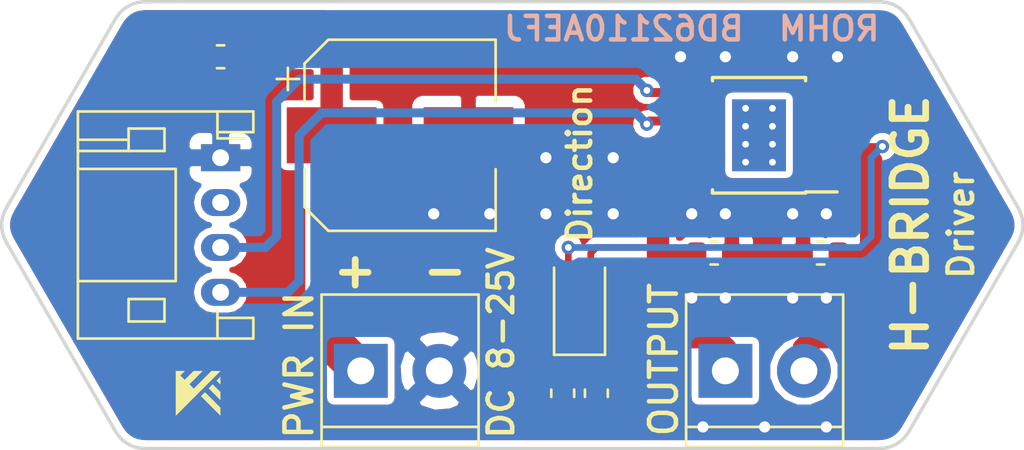
<source format=kicad_pcb>
(kicad_pcb (version 20171130) (host pcbnew 5.0.0-rc2-dev-unknown-r12304-fabbc48b)

  (general
    (thickness 1.6)
    (drawings 313)
    (tracks 89)
    (zones 0)
    (modules 12)
    (nets 9)
  )

  (page A4)
  (layers
    (0 F.Cu signal)
    (31 B.Cu signal)
    (32 B.Adhes user)
    (33 F.Adhes user)
    (34 B.Paste user)
    (35 F.Paste user)
    (36 B.SilkS user)
    (37 F.SilkS user)
    (38 B.Mask user)
    (39 F.Mask user)
    (40 Dwgs.User user)
    (41 Cmts.User user)
    (42 Eco1.User user)
    (43 Eco2.User user)
    (44 Edge.Cuts user)
    (45 Margin user)
    (46 B.CrtYd user)
    (47 F.CrtYd user)
    (48 B.Fab user)
    (49 F.Fab user hide)
  )

  (setup
    (last_trace_width 1)
    (user_trace_width 0.25)
    (user_trace_width 0.3)
    (user_trace_width 0.4)
    (user_trace_width 0.5)
    (user_trace_width 0.6)
    (user_trace_width 1)
    (user_trace_width 1.5)
    (user_trace_width 1.75)
    (trace_clearance 0.2)
    (zone_clearance 0.3)
    (zone_45_only no)
    (trace_min 0.2)
    (segment_width 0.2)
    (edge_width 0.15)
    (via_size 0.6)
    (via_drill 0.3)
    (via_min_size 0.6)
    (via_min_drill 0.3)
    (user_via 0.6 0.3)
    (user_via 0.8 0.5)
    (uvia_size 0.3)
    (uvia_drill 0.1)
    (uvias_allowed no)
    (uvia_min_size 0.2)
    (uvia_min_drill 0.1)
    (pcb_text_width 0.3)
    (pcb_text_size 1.5 1.5)
    (mod_edge_width 0.15)
    (mod_text_size 1 1)
    (mod_text_width 0.15)
    (pad_size 1.524 1.524)
    (pad_drill 0.762)
    (pad_to_mask_clearance 0.2)
    (aux_axis_origin 0 0)
    (visible_elements 7FFFFFFF)
    (pcbplotparams
      (layerselection 0x010fc_ffffffff)
      (usegerberextensions false)
      (usegerberattributes false)
      (usegerberadvancedattributes false)
      (creategerberjobfile false)
      (excludeedgelayer true)
      (linewidth 0.100000)
      (plotframeref false)
      (viasonmask false)
      (mode 1)
      (useauxorigin false)
      (hpglpennumber 1)
      (hpglpenspeed 20)
      (hpglpendiameter 15)
      (psnegative false)
      (psa4output false)
      (plotreference true)
      (plotvalue true)
      (plotinvisibletext false)
      (padsonsilk false)
      (subtractmaskfromsilk false)
      (outputformat 1)
      (mirror false)
      (drillshape 0)
      (scaleselection 1)
      (outputdirectory gerber/))
  )

  (net 0 "")
  (net 1 VCC)
  (net 2 GND)
  (net 3 OUT1)
  (net 4 OUT2)
  (net 5 IN2)
  (net 6 IN1)
  (net 7 "Net-(D1-Pad1)")
  (net 8 "Net-(D1-Pad2)")

  (net_class Default "This is the default net class."
    (clearance 0.2)
    (trace_width 0.25)
    (via_dia 0.6)
    (via_drill 0.3)
    (uvia_dia 0.3)
    (uvia_drill 0.1)
    (add_net GND)
    (add_net IN1)
    (add_net IN2)
    (add_net "Net-(D1-Pad1)")
    (add_net "Net-(D1-Pad2)")
    (add_net OUT1)
    (add_net OUT2)
    (add_net VCC)
  )

  (module Package_SO:HTSOP-8-1EP_3.9x4.9mm_P1.27mm_ThermalVias (layer F.Cu) (tedit 5B8FEF1E) (tstamp 5B8FF629)
    (at 147 70.5 180)
    (descr "8-pin HTSOP package with 1.27mm pin pitch, compatible with SOIC-8, 3.9x4.9mm body, exposed pad, thermal vias, https://media.digikey.com/pdf/Data%20Sheets/Rohm%20PDFs/BD9G341EFJ.pdf")
    (tags "HTSOP 1.27")
    (path /5B8F9295)
    (attr smd)
    (fp_text reference U1 (at 0 -3.5 180) (layer F.SilkS) hide
      (effects (font (size 1 1) (thickness 0.15)))
    )
    (fp_text value ROHM_BD62110AEFJ (at 0 3.5 180) (layer F.Fab)
      (effects (font (size 1 1) (thickness 0.15)))
    )
    (fp_text user %R (at 0 0 180) (layer F.Fab)
      (effects (font (size 0.9 0.9) (thickness 0.135)))
    )
    (fp_line (start -0.95 -2.45) (end 1.95 -2.45) (layer F.Fab) (width 0.15))
    (fp_line (start 1.95 -2.45) (end 1.95 2.45) (layer F.Fab) (width 0.15))
    (fp_line (start 1.95 2.45) (end -1.95 2.45) (layer F.Fab) (width 0.15))
    (fp_line (start -1.95 2.45) (end -1.95 -1.45) (layer F.Fab) (width 0.15))
    (fp_line (start -1.95 -1.45) (end -0.95 -2.45) (layer F.Fab) (width 0.15))
    (fp_line (start -3.75 -2.75) (end -3.75 2.75) (layer F.CrtYd) (width 0.05))
    (fp_line (start 3.75 -2.75) (end 3.75 2.75) (layer F.CrtYd) (width 0.05))
    (fp_line (start -3.75 -2.75) (end 3.75 -2.75) (layer F.CrtYd) (width 0.05))
    (fp_line (start -3.75 2.75) (end 3.75 2.75) (layer F.CrtYd) (width 0.05))
    (fp_line (start -2.075 -2.575) (end -2.075 -2.525) (layer F.SilkS) (width 0.15))
    (fp_line (start 2.075 -2.575) (end 2.075 -2.43) (layer F.SilkS) (width 0.15))
    (fp_line (start 2.075 2.575) (end 2.075 2.43) (layer F.SilkS) (width 0.15))
    (fp_line (start -2.075 2.575) (end -2.075 2.43) (layer F.SilkS) (width 0.15))
    (fp_line (start -2.075 -2.575) (end 2.075 -2.575) (layer F.SilkS) (width 0.15))
    (fp_line (start -2.075 2.575) (end 2.075 2.575) (layer F.SilkS) (width 0.15))
    (fp_line (start -2.075 -2.525) (end -3.475 -2.525) (layer F.SilkS) (width 0.15))
    (pad 1 smd rect (at -2.7 -1.905 180) (size 1.55 0.6) (layers F.Cu F.Paste F.Mask)
      (net 2 GND))
    (pad 2 smd rect (at -2.7 -0.635 180) (size 1.55 0.6) (layers F.Cu F.Paste F.Mask)
      (net 3 OUT1))
    (pad 3 smd rect (at -2.7 0.635 180) (size 1.55 0.6) (layers F.Cu F.Paste F.Mask)
      (net 1 VCC))
    (pad 4 smd rect (at -2.7 1.905 180) (size 1.55 0.6) (layers F.Cu F.Paste F.Mask)
      (net 2 GND))
    (pad 5 smd rect (at 2.7 1.905 180) (size 1.55 0.6) (layers F.Cu F.Paste F.Mask)
      (net 6 IN1))
    (pad 6 smd rect (at 2.7 0.635 180) (size 1.55 0.6) (layers F.Cu F.Paste F.Mask)
      (net 5 IN2))
    (pad 7 smd rect (at 2.7 -0.635 180) (size 1.55 0.6) (layers F.Cu F.Paste F.Mask)
      (net 2 GND))
    (pad 8 smd rect (at 2.7 -1.905 180) (size 1.55 0.6) (layers F.Cu F.Paste F.Mask)
      (net 4 OUT2))
    (pad 9 smd rect (at 0.6 0.8 180) (size 1.2 1.6) (layers F.Cu F.Paste F.Mask)
      (solder_paste_margin_ratio -0.2))
    (pad 9 smd rect (at 0.6 -0.8 180) (size 1.2 1.6) (layers F.Cu F.Paste F.Mask)
      (solder_paste_margin_ratio -0.2))
    (pad 9 smd rect (at -0.6 0.8 180) (size 1.2 1.6) (layers F.Cu F.Paste F.Mask)
      (solder_paste_margin_ratio -0.2))
    (pad 9 smd rect (at -0.6 -0.8 180) (size 1.2 1.6) (layers F.Cu F.Paste F.Mask)
      (solder_paste_margin_ratio -0.2))
    (pad 9 smd rect (at 0 0 180) (size 2.4 3.2) (layers B.Cu))
    (pad 9 thru_hole circle (at -0.6 -1.2 180) (size 0.6 0.6) (drill 0.3) (layers *.Cu))
    (pad 9 thru_hole circle (at -0.6 -0.4 180) (size 0.6 0.6) (drill 0.3) (layers *.Cu))
    (pad 9 thru_hole circle (at 0.6 -0.4 180) (size 0.6 0.6) (drill 0.3) (layers *.Cu))
    (pad 9 thru_hole circle (at 0.6 -1.2 180) (size 0.6 0.6) (drill 0.3) (layers *.Cu))
    (pad 9 thru_hole circle (at -0.6 1.2 180) (size 0.6 0.6) (drill 0.3) (layers *.Cu))
    (pad 9 thru_hole circle (at -0.6 0.4 180) (size 0.6 0.6) (drill 0.3) (layers *.Cu))
    (pad 9 thru_hole circle (at 0.6 0.4 180) (size 0.6 0.6) (drill 0.3) (layers *.Cu))
    (pad 9 thru_hole circle (at 0.6 1.2 180) (size 0.6 0.6) (drill 0.3) (layers *.Cu))
    (model ${KISYS3DMOD}/Package_SO.3dshapes/HTSOP-8-1EP_3.9x4.9mm_P1.27mm.wrl
      (at (xyz 0 0 0))
      (scale (xyz 1 1 1))
      (rotate (xyz 0 0 0))
    )
  )

  (module Capacitor_SMD:C_0603_1608Metric (layer F.Cu) (tedit 5B8FEEF8) (tstamp 5B8FF539)
    (at 149.75 75.75 180)
    (descr "Capacitor SMD 0603 (1608 Metric), square (rectangular) end terminal, IPC_7351 nominal, (Body size source: http://www.tortai-tech.com/upload/download/2011102023233369053.pdf), generated with kicad-footprint-generator")
    (tags capacitor)
    (path /5B8FA53D)
    (attr smd)
    (fp_text reference C1 (at 0 -1.43 180) (layer F.SilkS) hide
      (effects (font (size 1 1) (thickness 0.15)))
    )
    (fp_text value 0.1uF (at 0 1.43 180) (layer F.Fab)
      (effects (font (size 1 1) (thickness 0.15)))
    )
    (fp_line (start -0.8 0.4) (end -0.8 -0.4) (layer F.Fab) (width 0.1))
    (fp_line (start -0.8 -0.4) (end 0.8 -0.4) (layer F.Fab) (width 0.1))
    (fp_line (start 0.8 -0.4) (end 0.8 0.4) (layer F.Fab) (width 0.1))
    (fp_line (start 0.8 0.4) (end -0.8 0.4) (layer F.Fab) (width 0.1))
    (fp_line (start -0.162779 -0.51) (end 0.162779 -0.51) (layer F.SilkS) (width 0.12))
    (fp_line (start -0.162779 0.51) (end 0.162779 0.51) (layer F.SilkS) (width 0.12))
    (fp_line (start -1.48 0.73) (end -1.48 -0.73) (layer F.CrtYd) (width 0.05))
    (fp_line (start -1.48 -0.73) (end 1.48 -0.73) (layer F.CrtYd) (width 0.05))
    (fp_line (start 1.48 -0.73) (end 1.48 0.73) (layer F.CrtYd) (width 0.05))
    (fp_line (start 1.48 0.73) (end -1.48 0.73) (layer F.CrtYd) (width 0.05))
    (fp_text user %R (at 0 0 180) (layer F.Fab)
      (effects (font (size 0.4 0.4) (thickness 0.06)))
    )
    (pad 1 smd roundrect (at -0.7875 0 180) (size 0.875 0.95) (layers F.Cu F.Paste F.Mask)(roundrect_rratio 0.25)
      (net 3 OUT1))
    (pad 2 smd roundrect (at 0.7875 0 180) (size 0.875 0.95) (layers F.Cu F.Paste F.Mask)(roundrect_rratio 0.25)
      (net 2 GND))
    (model ${KISYS3DMOD}/Capacitor_SMD.3dshapes/C_0603_1608Metric.wrl
      (at (xyz 0 0 0))
      (scale (xyz 1 1 1))
      (rotate (xyz 0 0 0))
    )
  )

  (module Capacitor_SMD:C_0603_1608Metric (layer F.Cu) (tedit 5B8FEEF6) (tstamp 5B8FF54A)
    (at 145 75.75)
    (descr "Capacitor SMD 0603 (1608 Metric), square (rectangular) end terminal, IPC_7351 nominal, (Body size source: http://www.tortai-tech.com/upload/download/2011102023233369053.pdf), generated with kicad-footprint-generator")
    (tags capacitor)
    (path /5B8FAE4D)
    (attr smd)
    (fp_text reference C2 (at 0 -1.43) (layer F.SilkS) hide
      (effects (font (size 1 1) (thickness 0.15)))
    )
    (fp_text value 0.1uF (at 0 1.43) (layer F.Fab)
      (effects (font (size 1 1) (thickness 0.15)))
    )
    (fp_text user %R (at 0 0) (layer F.Fab)
      (effects (font (size 0.4 0.4) (thickness 0.06)))
    )
    (fp_line (start 1.48 0.73) (end -1.48 0.73) (layer F.CrtYd) (width 0.05))
    (fp_line (start 1.48 -0.73) (end 1.48 0.73) (layer F.CrtYd) (width 0.05))
    (fp_line (start -1.48 -0.73) (end 1.48 -0.73) (layer F.CrtYd) (width 0.05))
    (fp_line (start -1.48 0.73) (end -1.48 -0.73) (layer F.CrtYd) (width 0.05))
    (fp_line (start -0.162779 0.51) (end 0.162779 0.51) (layer F.SilkS) (width 0.12))
    (fp_line (start -0.162779 -0.51) (end 0.162779 -0.51) (layer F.SilkS) (width 0.12))
    (fp_line (start 0.8 0.4) (end -0.8 0.4) (layer F.Fab) (width 0.1))
    (fp_line (start 0.8 -0.4) (end 0.8 0.4) (layer F.Fab) (width 0.1))
    (fp_line (start -0.8 -0.4) (end 0.8 -0.4) (layer F.Fab) (width 0.1))
    (fp_line (start -0.8 0.4) (end -0.8 -0.4) (layer F.Fab) (width 0.1))
    (pad 2 smd roundrect (at 0.7875 0) (size 0.875 0.95) (layers F.Cu F.Paste F.Mask)(roundrect_rratio 0.25)
      (net 2 GND))
    (pad 1 smd roundrect (at -0.7875 0) (size 0.875 0.95) (layers F.Cu F.Paste F.Mask)(roundrect_rratio 0.25)
      (net 4 OUT2))
    (model ${KISYS3DMOD}/Capacitor_SMD.3dshapes/C_0603_1608Metric.wrl
      (at (xyz 0 0 0))
      (scale (xyz 1 1 1))
      (rotate (xyz 0 0 0))
    )
  )

  (module Capacitor_SMD:C_0603_1608Metric (layer F.Cu) (tedit 5B8FEF30) (tstamp 5B8FF55B)
    (at 123 67 180)
    (descr "Capacitor SMD 0603 (1608 Metric), square (rectangular) end terminal, IPC_7351 nominal, (Body size source: http://www.tortai-tech.com/upload/download/2011102023233369053.pdf), generated with kicad-footprint-generator")
    (tags capacitor)
    (path /5B8FDA17)
    (attr smd)
    (fp_text reference C3 (at 0 -1.43 180) (layer F.SilkS) hide
      (effects (font (size 1 1) (thickness 0.15)))
    )
    (fp_text value 0.1uF (at 0 1.43 180) (layer F.Fab)
      (effects (font (size 1 1) (thickness 0.15)))
    )
    (fp_line (start -0.8 0.4) (end -0.8 -0.4) (layer F.Fab) (width 0.1))
    (fp_line (start -0.8 -0.4) (end 0.8 -0.4) (layer F.Fab) (width 0.1))
    (fp_line (start 0.8 -0.4) (end 0.8 0.4) (layer F.Fab) (width 0.1))
    (fp_line (start 0.8 0.4) (end -0.8 0.4) (layer F.Fab) (width 0.1))
    (fp_line (start -0.162779 -0.51) (end 0.162779 -0.51) (layer F.SilkS) (width 0.12))
    (fp_line (start -0.162779 0.51) (end 0.162779 0.51) (layer F.SilkS) (width 0.12))
    (fp_line (start -1.48 0.73) (end -1.48 -0.73) (layer F.CrtYd) (width 0.05))
    (fp_line (start -1.48 -0.73) (end 1.48 -0.73) (layer F.CrtYd) (width 0.05))
    (fp_line (start 1.48 -0.73) (end 1.48 0.73) (layer F.CrtYd) (width 0.05))
    (fp_line (start 1.48 0.73) (end -1.48 0.73) (layer F.CrtYd) (width 0.05))
    (fp_text user %R (at 0 0 180) (layer F.Fab)
      (effects (font (size 0.4 0.4) (thickness 0.06)))
    )
    (pad 1 smd roundrect (at -0.7875 0 180) (size 0.875 0.95) (layers F.Cu F.Paste F.Mask)(roundrect_rratio 0.25)
      (net 1 VCC))
    (pad 2 smd roundrect (at 0.7875 0 180) (size 0.875 0.95) (layers F.Cu F.Paste F.Mask)(roundrect_rratio 0.25)
      (net 2 GND))
    (model ${KISYS3DMOD}/Capacitor_SMD.3dshapes/C_0603_1608Metric.wrl
      (at (xyz 0 0 0))
      (scale (xyz 1 1 1))
      (rotate (xyz 0 0 0))
    )
  )

  (module Capacitor_SMD:CP_Elec_8x5.4 (layer F.Cu) (tedit 5B8FEF21) (tstamp 5B8FF583)
    (at 131 70.5)
    (descr "SMT capacitor, aluminium electrolytic, 8x5.4, Nichicon ")
    (tags "Capacitor Electrolytic")
    (path /5B8FE971)
    (attr smd)
    (fp_text reference C4 (at 0 -5.2) (layer F.SilkS) hide
      (effects (font (size 1 1) (thickness 0.15)))
    )
    (fp_text value 100uF (at 0 5.2) (layer F.Fab)
      (effects (font (size 1 1) (thickness 0.15)))
    )
    (fp_circle (center 0 0) (end 4 0) (layer F.Fab) (width 0.1))
    (fp_line (start 4.15 -4.15) (end 4.15 4.15) (layer F.Fab) (width 0.1))
    (fp_line (start -3.15 -4.15) (end 4.15 -4.15) (layer F.Fab) (width 0.1))
    (fp_line (start -3.15 4.15) (end 4.15 4.15) (layer F.Fab) (width 0.1))
    (fp_line (start -4.15 -3.15) (end -4.15 3.15) (layer F.Fab) (width 0.1))
    (fp_line (start -4.15 -3.15) (end -3.15 -4.15) (layer F.Fab) (width 0.1))
    (fp_line (start -4.15 3.15) (end -3.15 4.15) (layer F.Fab) (width 0.1))
    (fp_line (start -3.562278 -1.5) (end -2.762278 -1.5) (layer F.Fab) (width 0.1))
    (fp_line (start -3.162278 -1.9) (end -3.162278 -1.1) (layer F.Fab) (width 0.1))
    (fp_line (start 4.26 4.26) (end 4.26 1.51) (layer F.SilkS) (width 0.12))
    (fp_line (start 4.26 -4.26) (end 4.26 -1.51) (layer F.SilkS) (width 0.12))
    (fp_line (start -3.195563 -4.26) (end 4.26 -4.26) (layer F.SilkS) (width 0.12))
    (fp_line (start -3.195563 4.26) (end 4.26 4.26) (layer F.SilkS) (width 0.12))
    (fp_line (start -4.26 3.195563) (end -4.26 1.51) (layer F.SilkS) (width 0.12))
    (fp_line (start -4.26 -3.195563) (end -4.26 -1.51) (layer F.SilkS) (width 0.12))
    (fp_line (start -4.26 -3.195563) (end -3.195563 -4.26) (layer F.SilkS) (width 0.12))
    (fp_line (start -4.26 3.195563) (end -3.195563 4.26) (layer F.SilkS) (width 0.12))
    (fp_line (start -5.5 -2.51) (end -4.5 -2.51) (layer F.SilkS) (width 0.12))
    (fp_line (start -5 -3.01) (end -5 -2.01) (layer F.SilkS) (width 0.12))
    (fp_line (start 4.4 -4.4) (end 4.4 -1.5) (layer F.CrtYd) (width 0.05))
    (fp_line (start 4.4 -1.5) (end 5.3 -1.5) (layer F.CrtYd) (width 0.05))
    (fp_line (start 5.3 -1.5) (end 5.3 1.5) (layer F.CrtYd) (width 0.05))
    (fp_line (start 5.3 1.5) (end 4.4 1.5) (layer F.CrtYd) (width 0.05))
    (fp_line (start 4.4 1.5) (end 4.4 4.4) (layer F.CrtYd) (width 0.05))
    (fp_line (start -3.25 4.4) (end 4.4 4.4) (layer F.CrtYd) (width 0.05))
    (fp_line (start -3.25 -4.4) (end 4.4 -4.4) (layer F.CrtYd) (width 0.05))
    (fp_line (start -4.4 3.25) (end -3.25 4.4) (layer F.CrtYd) (width 0.05))
    (fp_line (start -4.4 -3.25) (end -3.25 -4.4) (layer F.CrtYd) (width 0.05))
    (fp_line (start -4.4 -3.25) (end -4.4 -1.5) (layer F.CrtYd) (width 0.05))
    (fp_line (start -4.4 1.5) (end -4.4 3.25) (layer F.CrtYd) (width 0.05))
    (fp_line (start -4.4 -1.5) (end -5.3 -1.5) (layer F.CrtYd) (width 0.05))
    (fp_line (start -5.3 -1.5) (end -5.3 1.5) (layer F.CrtYd) (width 0.05))
    (fp_line (start -5.3 1.5) (end -4.4 1.5) (layer F.CrtYd) (width 0.05))
    (fp_text user %R (at 0 0) (layer F.Fab)
      (effects (font (size 1 1) (thickness 0.15)))
    )
    (pad 1 smd rect (at -3.05 0) (size 4 2.5) (layers F.Cu F.Paste F.Mask)
      (net 1 VCC))
    (pad 2 smd rect (at 3.05 0) (size 4 2.5) (layers F.Cu F.Paste F.Mask)
      (net 2 GND))
    (model ${KISYS3DMOD}/Capacitor_SMD.3dshapes/CP_Elec_8x5.4.wrl
      (at (xyz 0 0 0))
      (scale (xyz 1 1 1))
      (rotate (xyz 0 0 0))
    )
  )

  (module GiraffeTech-LED:LED_1206_3216Metric_AAKK (layer F.Cu) (tedit 5B8FEF5B) (tstamp 5B8FF598)
    (at 139 78 90)
    (descr "LED SMD 1206 (3216 Metric), square (rectangular) end terminal, IPC_7351 nominal, (Body size source: http://www.tortai-tech.com/upload/download/2011102023233369053.pdf), generated with kicad-footprint-generator")
    (tags diode)
    (path /5B90BE51)
    (attr smd)
    (fp_text reference D1 (at 0 -1.82 90) (layer F.SilkS) hide
      (effects (font (size 1 1) (thickness 0.15)))
    )
    (fp_text value LED_Dual_CCAA (at 0 1.82 90) (layer F.Fab)
      (effects (font (size 1 1) (thickness 0.15)))
    )
    (fp_line (start 1.6 -0.8) (end -1.2 -0.8) (layer F.Fab) (width 0.1))
    (fp_line (start -1.2 -0.8) (end -1.6 -0.4) (layer F.Fab) (width 0.1))
    (fp_line (start -1.6 -0.4) (end -1.6 0.8) (layer F.Fab) (width 0.1))
    (fp_line (start -1.6 0.8) (end 1.6 0.8) (layer F.Fab) (width 0.1))
    (fp_line (start 1.6 0.8) (end 1.6 -0.8) (layer F.Fab) (width 0.1))
    (fp_line (start 1.6 -1.135) (end -2.285 -1.135) (layer F.SilkS) (width 0.12))
    (fp_line (start -2.285 -1.135) (end -2.285 1.135) (layer F.SilkS) (width 0.12))
    (fp_line (start -2.285 1.135) (end 1.6 1.135) (layer F.SilkS) (width 0.12))
    (fp_line (start -2.28 1.12) (end -2.28 -1.12) (layer F.CrtYd) (width 0.05))
    (fp_line (start -2.28 -1.12) (end 2.28 -1.12) (layer F.CrtYd) (width 0.05))
    (fp_line (start 2.28 -1.12) (end 2.28 1.12) (layer F.CrtYd) (width 0.05))
    (fp_line (start 2.28 1.12) (end -2.28 1.12) (layer F.CrtYd) (width 0.05))
    (fp_text user %R (at 0 0 90) (layer F.Fab)
      (effects (font (size 0.8 0.8) (thickness 0.12)))
    )
    (pad 1 smd roundrect (at -1.4 -0.5 90) (size 0.7 0.7) (layers F.Cu F.Paste F.Mask)(roundrect_rratio 0.2)
      (net 7 "Net-(D1-Pad1)"))
    (pad 3 smd roundrect (at 1.4 -0.5 90) (size 0.7 0.7) (layers F.Cu F.Paste F.Mask)(roundrect_rratio 0.2)
      (net 3 OUT1))
    (pad 4 smd roundrect (at 1.4 0.5 90) (size 0.7 0.7) (layers F.Cu F.Paste F.Mask)(roundrect_rratio 0.2)
      (net 4 OUT2))
    (pad 2 smd roundrect (at -1.4 0.5 90) (size 0.7 0.7) (layers F.Cu F.Paste F.Mask)(roundrect_rratio 0.2)
      (net 8 "Net-(D1-Pad2)"))
    (model ${KISYS3DMOD}/LED_SMD.3dshapes/LED_1206_3216Metric.wrl
      (at (xyz 0 0 0))
      (scale (xyz 1 1 1))
      (rotate (xyz 0 0 0))
    )
  )

  (module Connector_JST:JST_PH_S4B-PH-K_1x04_P2.00mm_Horizontal (layer F.Cu) (tedit 5B8FED28) (tstamp 5B8FF5C9)
    (at 123 71.5 270)
    (descr "JST PH series connector, S4B-PH-K (http://www.jst-mfg.com/product/pdf/eng/ePH.pdf), generated with kicad-footprint-generator")
    (tags "connector JST PH top entry")
    (path /5B8F9774)
    (fp_text reference J1 (at 3 -2.55 270) (layer F.SilkS) hide
      (effects (font (size 1 1) (thickness 0.15)))
    )
    (fp_text value Conn_01x04 (at 3 7.45 270) (layer F.Fab)
      (effects (font (size 1 1) (thickness 0.15)))
    )
    (fp_line (start -0.86 0.14) (end -1.14 0.14) (layer F.SilkS) (width 0.12))
    (fp_line (start -1.14 0.14) (end -1.14 -1.46) (layer F.SilkS) (width 0.12))
    (fp_line (start -1.14 -1.46) (end -2.06 -1.46) (layer F.SilkS) (width 0.12))
    (fp_line (start -2.06 -1.46) (end -2.06 6.36) (layer F.SilkS) (width 0.12))
    (fp_line (start -2.06 6.36) (end 8.06 6.36) (layer F.SilkS) (width 0.12))
    (fp_line (start 8.06 6.36) (end 8.06 -1.46) (layer F.SilkS) (width 0.12))
    (fp_line (start 8.06 -1.46) (end 7.14 -1.46) (layer F.SilkS) (width 0.12))
    (fp_line (start 7.14 -1.46) (end 7.14 0.14) (layer F.SilkS) (width 0.12))
    (fp_line (start 7.14 0.14) (end 6.86 0.14) (layer F.SilkS) (width 0.12))
    (fp_line (start 0.5 6.36) (end 0.5 2) (layer F.SilkS) (width 0.12))
    (fp_line (start 0.5 2) (end 5.5 2) (layer F.SilkS) (width 0.12))
    (fp_line (start 5.5 2) (end 5.5 6.36) (layer F.SilkS) (width 0.12))
    (fp_line (start -2.06 0.14) (end -1.14 0.14) (layer F.SilkS) (width 0.12))
    (fp_line (start 8.06 0.14) (end 7.14 0.14) (layer F.SilkS) (width 0.12))
    (fp_line (start -1.3 2.5) (end -1.3 4.1) (layer F.SilkS) (width 0.12))
    (fp_line (start -1.3 4.1) (end -0.3 4.1) (layer F.SilkS) (width 0.12))
    (fp_line (start -0.3 4.1) (end -0.3 2.5) (layer F.SilkS) (width 0.12))
    (fp_line (start -0.3 2.5) (end -1.3 2.5) (layer F.SilkS) (width 0.12))
    (fp_line (start 7.3 2.5) (end 7.3 4.1) (layer F.SilkS) (width 0.12))
    (fp_line (start 7.3 4.1) (end 6.3 4.1) (layer F.SilkS) (width 0.12))
    (fp_line (start 6.3 4.1) (end 6.3 2.5) (layer F.SilkS) (width 0.12))
    (fp_line (start 6.3 2.5) (end 7.3 2.5) (layer F.SilkS) (width 0.12))
    (fp_line (start -0.3 4.1) (end -0.3 6.36) (layer F.SilkS) (width 0.12))
    (fp_line (start -0.8 4.1) (end -0.8 6.36) (layer F.SilkS) (width 0.12))
    (fp_line (start -2.45 -1.85) (end -2.45 6.75) (layer F.CrtYd) (width 0.05))
    (fp_line (start -2.45 6.75) (end 8.45 6.75) (layer F.CrtYd) (width 0.05))
    (fp_line (start 8.45 6.75) (end 8.45 -1.85) (layer F.CrtYd) (width 0.05))
    (fp_line (start 8.45 -1.85) (end -2.45 -1.85) (layer F.CrtYd) (width 0.05))
    (fp_line (start -1.25 0.25) (end -1.25 -1.35) (layer F.Fab) (width 0.1))
    (fp_line (start -1.25 -1.35) (end -1.95 -1.35) (layer F.Fab) (width 0.1))
    (fp_line (start -1.95 -1.35) (end -1.95 6.25) (layer F.Fab) (width 0.1))
    (fp_line (start -1.95 6.25) (end 7.95 6.25) (layer F.Fab) (width 0.1))
    (fp_line (start 7.95 6.25) (end 7.95 -1.35) (layer F.Fab) (width 0.1))
    (fp_line (start 7.95 -1.35) (end 7.25 -1.35) (layer F.Fab) (width 0.1))
    (fp_line (start 7.25 -1.35) (end 7.25 0.25) (layer F.Fab) (width 0.1))
    (fp_line (start 7.25 0.25) (end -1.25 0.25) (layer F.Fab) (width 0.1))
    (fp_line (start -0.86 0.14) (end -0.86 -1.075) (layer F.SilkS) (width 0.12))
    (fp_line (start 0 0.875) (end -0.5 1.375) (layer F.Fab) (width 0.1))
    (fp_line (start -0.5 1.375) (end 0.5 1.375) (layer F.Fab) (width 0.1))
    (fp_line (start 0.5 1.375) (end 0 0.875) (layer F.Fab) (width 0.1))
    (fp_text user %R (at 3 2.5 270) (layer F.Fab)
      (effects (font (size 1 1) (thickness 0.15)))
    )
    (pad 1 thru_hole rect (at 0 0 270) (size 1.2 1.75) (drill 0.75) (layers *.Cu *.Mask)
      (net 2 GND))
    (pad 2 thru_hole oval (at 2 0 270) (size 1.2 1.75) (drill 0.75) (layers *.Cu *.Mask))
    (pad 3 thru_hole oval (at 4 0 270) (size 1.2 1.75) (drill 0.75) (layers *.Cu *.Mask)
      (net 6 IN1))
    (pad 4 thru_hole oval (at 6 0 270) (size 1.2 1.75) (drill 0.75) (layers *.Cu *.Mask)
      (net 5 IN2))
    (model ${KISYS3DMOD}/Connector_JST.3dshapes/JST_PH_S4B-PH-K_1x04_P2.00mm_Horizontal.wrl
      (at (xyz 0 0 0))
      (scale (xyz 1 1 1))
      (rotate (xyz 0 0 0))
    )
  )

  (module GiraffeTech-Connector:TerminalBlock_Dinkle_ED350V_1x02_P3.50mm_Horizontal (layer F.Cu) (tedit 5B8FED67) (tstamp 5B90069E)
    (at 147.25 81)
    (path /5B8FB489)
    (fp_text reference J2 (at 0 5) (layer F.SilkS) hide
      (effects (font (size 1 1) (thickness 0.15)))
    )
    (fp_text value Screw_Terminal_01x02 (at 0 -5) (layer F.Fab)
      (effects (font (size 1 1) (thickness 0.15)))
    )
    (fp_line (start -3.5 -3.4) (end 3.5 -3.4) (layer F.SilkS) (width 0.12))
    (fp_line (start 3.5 -3.4) (end 3.5 3.4) (layer F.SilkS) (width 0.12))
    (fp_line (start 3.5 3.4) (end -3.5 3.4) (layer F.SilkS) (width 0.12))
    (fp_line (start -3.5 3.4) (end -3.5 -3.4) (layer F.SilkS) (width 0.12))
    (fp_line (start -3.5 -3.5) (end 3.5 -3.5) (layer F.CrtYd) (width 0.05))
    (fp_line (start 3.5 -3.5) (end 3.5 3.5) (layer F.CrtYd) (width 0.05))
    (fp_line (start 3.5 3.5) (end -3.5 3.5) (layer F.CrtYd) (width 0.05))
    (fp_line (start -3.5 3.5) (end -3.5 -3.5) (layer F.CrtYd) (width 0.05))
    (fp_line (start -3.5 2.5) (end 3.5 2.5) (layer F.SilkS) (width 0.12))
    (fp_text user %R (at 0 -2) (layer F.Fab)
      (effects (font (size 1 1) (thickness 0.15)))
    )
    (fp_line (start -3.5 -3.5) (end 3.5 -3.5) (layer F.Fab) (width 0.12))
    (fp_line (start 3.5 -3.5) (end 3.5 3.5) (layer F.Fab) (width 0.12))
    (fp_line (start 3.5 3.5) (end -3.5 3.5) (layer F.Fab) (width 0.12))
    (fp_line (start -3.5 3.5) (end -3.5 -3.5) (layer F.Fab) (width 0.12))
    (pad 1 thru_hole rect (at -1.75 0) (size 2.4 2.4) (drill 1.2) (layers *.Cu *.Mask)
      (net 4 OUT2))
    (pad 2 thru_hole circle (at 1.75 0) (size 2.4 2.4) (drill 1.2) (layers *.Cu *.Mask)
      (net 3 OUT1))
  )

  (module Resistor_SMD:R_0603_1608Metric (layer F.Cu) (tedit 5B8FEF5F) (tstamp 5B8FF5EE)
    (at 138.25 82 90)
    (descr "Resistor SMD 0603 (1608 Metric), square (rectangular) end terminal, IPC_7351 nominal, (Body size source: http://www.tortai-tech.com/upload/download/2011102023233369053.pdf), generated with kicad-footprint-generator")
    (tags resistor)
    (path /5B8FFF7A)
    (attr smd)
    (fp_text reference R1 (at 0 -1.43 90) (layer F.SilkS) hide
      (effects (font (size 1 1) (thickness 0.15)))
    )
    (fp_text value 1k (at 0 1.43 90) (layer F.Fab)
      (effects (font (size 1 1) (thickness 0.15)))
    )
    (fp_line (start -0.8 0.4) (end -0.8 -0.4) (layer F.Fab) (width 0.1))
    (fp_line (start -0.8 -0.4) (end 0.8 -0.4) (layer F.Fab) (width 0.1))
    (fp_line (start 0.8 -0.4) (end 0.8 0.4) (layer F.Fab) (width 0.1))
    (fp_line (start 0.8 0.4) (end -0.8 0.4) (layer F.Fab) (width 0.1))
    (fp_line (start -0.162779 -0.51) (end 0.162779 -0.51) (layer F.SilkS) (width 0.12))
    (fp_line (start -0.162779 0.51) (end 0.162779 0.51) (layer F.SilkS) (width 0.12))
    (fp_line (start -1.48 0.73) (end -1.48 -0.73) (layer F.CrtYd) (width 0.05))
    (fp_line (start -1.48 -0.73) (end 1.48 -0.73) (layer F.CrtYd) (width 0.05))
    (fp_line (start 1.48 -0.73) (end 1.48 0.73) (layer F.CrtYd) (width 0.05))
    (fp_line (start 1.48 0.73) (end -1.48 0.73) (layer F.CrtYd) (width 0.05))
    (fp_text user %R (at 0 0 90) (layer F.Fab)
      (effects (font (size 0.4 0.4) (thickness 0.06)))
    )
    (pad 1 smd roundrect (at -0.7875 0 90) (size 0.875 0.95) (layers F.Cu F.Paste F.Mask)(roundrect_rratio 0.25)
      (net 2 GND))
    (pad 2 smd roundrect (at 0.7875 0 90) (size 0.875 0.95) (layers F.Cu F.Paste F.Mask)(roundrect_rratio 0.25)
      (net 7 "Net-(D1-Pad1)"))
    (model ${KISYS3DMOD}/Resistor_SMD.3dshapes/R_0603_1608Metric.wrl
      (at (xyz 0 0 0))
      (scale (xyz 1 1 1))
      (rotate (xyz 0 0 0))
    )
  )

  (module Resistor_SMD:R_0603_1608Metric (layer F.Cu) (tedit 5B8FEF62) (tstamp 5B8FF5FF)
    (at 139.75 82 90)
    (descr "Resistor SMD 0603 (1608 Metric), square (rectangular) end terminal, IPC_7351 nominal, (Body size source: http://www.tortai-tech.com/upload/download/2011102023233369053.pdf), generated with kicad-footprint-generator")
    (tags resistor)
    (path /5B900797)
    (attr smd)
    (fp_text reference R2 (at 0 -1.43 90) (layer F.SilkS) hide
      (effects (font (size 1 1) (thickness 0.15)))
    )
    (fp_text value 1k (at 0 1.43 90) (layer F.Fab)
      (effects (font (size 1 1) (thickness 0.15)))
    )
    (fp_text user %R (at 0 0 90) (layer F.Fab)
      (effects (font (size 0.4 0.4) (thickness 0.06)))
    )
    (fp_line (start 1.48 0.73) (end -1.48 0.73) (layer F.CrtYd) (width 0.05))
    (fp_line (start 1.48 -0.73) (end 1.48 0.73) (layer F.CrtYd) (width 0.05))
    (fp_line (start -1.48 -0.73) (end 1.48 -0.73) (layer F.CrtYd) (width 0.05))
    (fp_line (start -1.48 0.73) (end -1.48 -0.73) (layer F.CrtYd) (width 0.05))
    (fp_line (start -0.162779 0.51) (end 0.162779 0.51) (layer F.SilkS) (width 0.12))
    (fp_line (start -0.162779 -0.51) (end 0.162779 -0.51) (layer F.SilkS) (width 0.12))
    (fp_line (start 0.8 0.4) (end -0.8 0.4) (layer F.Fab) (width 0.1))
    (fp_line (start 0.8 -0.4) (end 0.8 0.4) (layer F.Fab) (width 0.1))
    (fp_line (start -0.8 -0.4) (end 0.8 -0.4) (layer F.Fab) (width 0.1))
    (fp_line (start -0.8 0.4) (end -0.8 -0.4) (layer F.Fab) (width 0.1))
    (pad 2 smd roundrect (at 0.7875 0 90) (size 0.875 0.95) (layers F.Cu F.Paste F.Mask)(roundrect_rratio 0.25)
      (net 8 "Net-(D1-Pad2)"))
    (pad 1 smd roundrect (at -0.7875 0 90) (size 0.875 0.95) (layers F.Cu F.Paste F.Mask)(roundrect_rratio 0.25)
      (net 2 GND))
    (model ${KISYS3DMOD}/Resistor_SMD.3dshapes/R_0603_1608Metric.wrl
      (at (xyz 0 0 0))
      (scale (xyz 1 1 1))
      (rotate (xyz 0 0 0))
    )
  )

  (module GiraffeTech-Connector:TerminalBlock_Dinkle_ED350V_1x02_P3.50mm_Horizontal (layer F.Cu) (tedit 5B8FEF24) (tstamp 5B8FFB90)
    (at 131 81)
    (path /5B8FF5E1)
    (fp_text reference J3 (at 0 5) (layer F.SilkS) hide
      (effects (font (size 1 1) (thickness 0.15)))
    )
    (fp_text value Screw_Terminal_01x02 (at 0 -5) (layer F.Fab)
      (effects (font (size 1 1) (thickness 0.15)))
    )
    (fp_line (start -3.5 -3.4) (end 3.5 -3.4) (layer F.SilkS) (width 0.12))
    (fp_line (start 3.5 -3.4) (end 3.5 3.4) (layer F.SilkS) (width 0.12))
    (fp_line (start 3.5 3.4) (end -3.5 3.4) (layer F.SilkS) (width 0.12))
    (fp_line (start -3.5 3.4) (end -3.5 -3.4) (layer F.SilkS) (width 0.12))
    (fp_line (start -3.5 -3.5) (end 3.5 -3.5) (layer F.CrtYd) (width 0.05))
    (fp_line (start 3.5 -3.5) (end 3.5 3.5) (layer F.CrtYd) (width 0.05))
    (fp_line (start 3.5 3.5) (end -3.5 3.5) (layer F.CrtYd) (width 0.05))
    (fp_line (start -3.5 3.5) (end -3.5 -3.5) (layer F.CrtYd) (width 0.05))
    (fp_line (start -3.5 2.5) (end 3.5 2.5) (layer F.SilkS) (width 0.12))
    (fp_text user %R (at 0 -2) (layer F.Fab)
      (effects (font (size 1 1) (thickness 0.15)))
    )
    (fp_line (start -3.5 -3.5) (end 3.5 -3.5) (layer F.Fab) (width 0.12))
    (fp_line (start 3.5 -3.5) (end 3.5 3.5) (layer F.Fab) (width 0.12))
    (fp_line (start 3.5 3.5) (end -3.5 3.5) (layer F.Fab) (width 0.12))
    (fp_line (start -3.5 3.5) (end -3.5 -3.5) (layer F.Fab) (width 0.12))
    (pad 1 thru_hole rect (at -1.75 0) (size 2.4 2.4) (drill 1.2) (layers *.Cu *.Mask)
      (net 1 VCC))
    (pad 2 thru_hole circle (at 1.75 0) (size 2.4 2.4) (drill 1.2) (layers *.Cu *.Mask)
      (net 2 GND))
  )

  (module GiraffeTech-Utility:MakerPlayground_logo_2x2mm (layer F.Cu) (tedit 0) (tstamp 5B8FFD4B)
    (at 122 82)
    (fp_text reference G*** (at 0 0) (layer F.SilkS) hide
      (effects (font (size 1.524 1.524) (thickness 0.3)))
    )
    (fp_text value LOGO (at 0.75 0) (layer F.SilkS) hide
      (effects (font (size 1.524 1.524) (thickness 0.3)))
    )
    (fp_poly (pts (xy 0.992188 -0.564543) (xy 0.992164 -0.528929) (xy 0.992097 -0.495895) (xy 0.991991 -0.466261)
      (xy 0.991852 -0.440843) (xy 0.991684 -0.420459) (xy 0.991492 -0.405926) (xy 0.991282 -0.398062)
      (xy 0.99116 -0.396875) (xy 0.988207 -0.399571) (xy 0.980351 -0.407199) (xy 0.968291 -0.419067)
      (xy 0.952725 -0.434484) (xy 0.934354 -0.452758) (xy 0.913876 -0.4732) (xy 0.906847 -0.480231)
      (xy 0.823563 -0.563586) (xy 0.907875 -0.647899) (xy 0.992188 -0.732211) (xy 0.992188 -0.564543)) (layer F.SilkS) (width 0.01))
    (fp_poly (pts (xy 0.992272 -0.049513) (xy 0.991238 0.124084) (xy 0.990203 0.297682) (xy 0.731231 0.038685)
      (xy 0.472259 -0.220311) (xy 0.559597 -0.307581) (xy 0.646934 -0.394851) (xy 0.992272 -0.049513)) (layer F.SilkS) (width 0.01))
    (fp_poly (pts (xy 0.306845 -0.036934) (xy 0.315366 -0.028902) (xy 0.328804 -0.015931) (xy 0.346812 0.001638)
      (xy 0.369045 0.023463) (xy 0.39516 0.049204) (xy 0.424812 0.078521) (xy 0.457655 0.111071)
      (xy 0.493344 0.146515) (xy 0.531535 0.184511) (xy 0.571883 0.224719) (xy 0.614044 0.266798)
      (xy 0.649934 0.302669) (xy 0.992273 0.645025) (xy 0.990203 0.990203) (xy 0.559594 0.560703)
      (xy 0.128984 0.131202) (xy 0.214278 0.045757) (xy 0.235683 0.024442) (xy 0.255382 0.005068)
      (xy 0.272657 -0.011676) (xy 0.28679 -0.025103) (xy 0.297063 -0.034528) (xy 0.302757 -0.039261)
      (xy 0.303583 -0.039687) (xy 0.306845 -0.036934)) (layer F.SilkS) (width 0.01))
    (fp_poly (pts (xy 0.790777 -0.991434) (xy 0.988227 -0.990203) (xy -0.992187 0.990197) (xy -0.992187 -0.992187)
      (xy -0.601395 -0.992187) (xy -0.646963 -0.945555) (xy -0.665935 -0.926151) (xy -0.688266 -0.903332)
      (xy -0.711752 -0.879346) (xy -0.734194 -0.856442) (xy -0.745114 -0.845303) (xy -0.797697 -0.791685)
      (xy -0.698482 -0.692529) (xy -0.599266 -0.593373) (xy -0.399829 -0.79278) (xy -0.200393 -0.992187)
      (xy 0.195473 -0.992187) (xy -0.099139 -0.695955) (xy -0.39375 -0.399723) (xy -0.194618 -0.200591)
      (xy 0.199355 -0.596628) (xy 0.593328 -0.992663) (xy 0.790777 -0.991434)) (layer F.SilkS) (width 0.01))
  )

  (gr_text "DC 8-25V" (at 135.5 79.75 90) (layer F.SilkS) (tstamp 5B9000BD)
    (effects (font (size 1.1 1.1) (thickness 0.2)))
  )
  (gr_text "ROHM  BD62110AEFJ" (at 144 65.75) (layer B.SilkS)
    (effects (font (size 1.05 1.05) (thickness 0.2)) (justify mirror))
  )
  (gr_text Driver (at 156 74.5 90) (layer F.SilkS)
    (effects (font (size 1.1 1.1) (thickness 0.2)))
  )
  (gr_text H-BRIDGE (at 153.75 74.5 90) (layer F.SilkS)
    (effects (font (size 1.5 1.5) (thickness 0.3)))
  )
  (gr_text Direction (at 139 71.75 90) (layer F.SilkS)
    (effects (font (size 1.05 1.05) (thickness 0.2)))
  )
  (gr_text OUTPUT (at 142.75 80.5 90) (layer F.SilkS) (tstamp 5B9006A3)
    (effects (font (size 1.2 1.2) (thickness 0.2)))
  )
  (gr_text "PWR IN" (at 126.5 80.75 90) (layer F.SilkS)
    (effects (font (size 1.2 1.2) (thickness 0.2)))
  )
  (gr_text + (at 129 76.5) (layer F.SilkS)
    (effects (font (size 1.5 1.5) (thickness 0.3)))
  )
  (gr_text - (at 133 76.5) (layer F.SilkS)
    (effects (font (size 1.5 1.5) (thickness 0.3)))
  )
  (gr_line (start 152.7551 64.597881) (end 152.675297 64.580642) (layer Edge.Cuts) (width 0.15))
  (gr_line (start 152.378935 64.548017) (end 152.316556 64.545969) (layer Edge.Cuts) (width 0.15))
  (gr_line (start 152.214248 64.54504) (end 152.174749 64.54504) (layer Edge.Cuts) (width 0.15))
  (gr_line (start 153.464417 65.01703) (end 153.406903 64.958015) (layer Edge.Cuts) (width 0.15))
  (gr_line (start 153.849002 65.5906) (end 153.812067 65.526628) (layer Edge.Cuts) (width 0.15))
  (gr_line (start 152.316556 64.545969) (end 152.26126 64.545175) (layer Edge.Cuts) (width 0.15))
  (gr_line (start 153.566913 65.139846) (end 153.517782 65.078086) (layer Edge.Cuts) (width 0.15))
  (gr_line (start 155.845611 69.048849) (end 155.456603 68.375062) (layer Edge.Cuts) (width 0.15))
  (gr_line (start 153.517782 65.078086) (end 153.464417 65.01703) (layer Edge.Cuts) (width 0.15))
  (gr_line (start 153.787662 65.484358) (end 153.768058 65.450403) (layer Edge.Cuts) (width 0.15))
  (gr_line (start 155.456603 68.375062) (end 155.091818 67.743234) (layer Edge.Cuts) (width 0.15))
  (gr_line (start 153.211871 64.800869) (end 153.140624 64.755987) (layer Edge.Cuts) (width 0.15))
  (gr_line (start 152.520146 64.558253) (end 152.447199 64.551913) (layer Edge.Cuts) (width 0.15))
  (gr_line (start 155.091818 67.743234) (end 154.7656 67.178202) (layer Edge.Cuts) (width 0.15))
  (gr_line (start 153.991369 65.837189) (end 153.906193 65.689658) (layer Edge.Cuts) (width 0.15))
  (gr_line (start 153.611725 65.200974) (end 153.566913 65.139846) (layer Edge.Cuts) (width 0.15))
  (gr_line (start 152.913608 64.646973) (end 152.834804 64.619927) (layer Edge.Cuts) (width 0.15))
  (gr_line (start 153.812067 65.526628) (end 153.787662 65.484358) (layer Edge.Cuts) (width 0.15))
  (gr_line (start 152.675297 64.580642) (end 152.596579 64.567631) (layer Edge.Cuts) (width 0.15))
  (gr_line (start 152.834804 64.619927) (end 152.7551 64.597881) (layer Edge.Cuts) (width 0.15))
  (gr_line (start 152.991104 64.678815) (end 152.913608 64.646973) (layer Edge.Cuts) (width 0.15))
  (gr_line (start 152.447199 64.551913) (end 152.378935 64.548017) (layer Edge.Cuts) (width 0.15))
  (gr_line (start 152.067772 64.54504) (end 151.969386 64.54504) (layer Edge.Cuts) (width 0.15))
  (gr_line (start 150.915883 64.54504) (end 150.410384 64.545072) (layer Edge.Cuts) (width 0.15))
  (gr_line (start 154.492087 66.704463) (end 154.276589 66.331206) (layer Edge.Cuts) (width 0.15))
  (gr_line (start 154.276589 66.331206) (end 154.112259 66.046576) (layer Edge.Cuts) (width 0.15))
  (gr_line (start 151.820459 64.54504) (end 151.605537 64.54504) (layer Edge.Cuts) (width 0.15))
  (gr_line (start 153.406903 64.958015) (end 153.345398 64.902107) (layer Edge.Cuts) (width 0.15))
  (gr_line (start 156.244504 69.739755) (end 155.845611 69.048849) (layer Edge.Cuts) (width 0.15))
  (gr_line (start 153.066905 64.715227) (end 152.991104 64.678815) (layer Edge.Cuts) (width 0.15))
  (gr_line (start 154.7656 67.178202) (end 154.492087 66.704463) (layer Edge.Cuts) (width 0.15))
  (gr_line (start 153.652133 65.260135) (end 153.611725 65.200974) (layer Edge.Cuts) (width 0.15))
  (gr_line (start 153.280258 64.849651) (end 153.211871 64.800869) (layer Edge.Cuts) (width 0.15))
  (gr_line (start 151.309164 64.54504) (end 150.915883 64.54504) (layer Edge.Cuts) (width 0.15))
  (gr_line (start 152.26126 64.545175) (end 152.214248 64.54504) (layer Edge.Cuts) (width 0.15))
  (gr_line (start 153.688054 65.315991) (end 153.652133 65.260135) (layer Edge.Cuts) (width 0.15))
  (gr_line (start 152.131075 64.54504) (end 152.067772 64.54504) (layer Edge.Cuts) (width 0.15))
  (gr_line (start 153.345398 64.902107) (end 153.280258 64.849651) (layer Edge.Cuts) (width 0.15))
  (gr_line (start 153.140624 64.755987) (end 153.066905 64.715227) (layer Edge.Cuts) (width 0.15))
  (gr_line (start 153.906193 65.689658) (end 153.849002 65.5906) (layer Edge.Cuts) (width 0.15))
  (gr_line (start 154.112259 66.046576) (end 153.991369 65.837189) (layer Edge.Cuts) (width 0.15))
  (gr_line (start 152.596579 64.567631) (end 152.520146 64.558253) (layer Edge.Cuts) (width 0.15))
  (gr_line (start 153.719402 65.367206) (end 153.688054 65.315991) (layer Edge.Cuts) (width 0.15))
  (gr_line (start 153.746092 65.412444) (end 153.719402 65.367206) (layer Edge.Cuts) (width 0.15))
  (gr_line (start 151.969386 64.54504) (end 151.820459 64.54504) (layer Edge.Cuts) (width 0.15))
  (gr_line (start 151.605537 64.54504) (end 151.309164 64.54504) (layer Edge.Cuts) (width 0.15))
  (gr_line (start 152.174749 64.54504) (end 152.131075 64.54504) (layer Edge.Cuts) (width 0.15))
  (gr_line (start 153.768058 65.450403) (end 153.746092 65.412444) (layer Edge.Cuts) (width 0.15))
  (gr_line (start 156.638939 70.42294) (end 156.244504 69.739755) (layer Edge.Cuts) (width 0.15))
  (gr_line (start 157.652091 72.177782) (end 157.357073 71.666793) (layer Edge.Cuts) (width 0.15))
  (gr_line (start 157.014576 71.073566) (end 156.638939 70.42294) (layer Edge.Cuts) (width 0.15))
  (gr_line (start 157.357073 71.666793) (end 157.014576 71.073566) (layer Edge.Cuts) (width 0.15))
  (gr_line (start 158.71846 74.157894) (end 158.696106 74.078579) (layer Edge.Cuts) (width 0.15))
  (gr_line (start 158.725215 74.822395) (end 158.741193 74.740625) (layer Edge.Cuts) (width 0.15))
  (gr_line (start 158.741193 74.740625) (end 158.752365 74.657589) (layer Edge.Cuts) (width 0.15))
  (gr_line (start 158.28289 75.738289) (end 158.357354 75.609315) (layer Edge.Cuts) (width 0.15))
  (gr_line (start 154.999249 81.42574) (end 155.355025 80.809517) (layer Edge.Cuts) (width 0.15))
  (gr_line (start 158.520327 73.682682) (end 158.494494 73.636951) (layer Edge.Cuts) (width 0.15))
  (gr_line (start 158.760289 74.489514) (end 158.757041 74.40537) (layer Edge.Cuts) (width 0.15))
  (gr_line (start 158.027243 76.181084) (end 158.17543 75.924417) (layer Edge.Cuts) (width 0.15))
  (gr_line (start 158.17543 75.924417) (end 158.28289 75.738289) (layer Edge.Cuts) (width 0.15))
  (gr_line (start 155.738901 80.144622) (end 156.136536 79.455895) (layer Edge.Cuts) (width 0.15))
  (gr_line (start 158.460036 75.431464) (end 158.479786 75.397258) (layer Edge.Cuts) (width 0.15))
  (gr_line (start 158.748987 74.321754) (end 158.736127 74.239112) (layer Edge.Cuts) (width 0.15))
  (gr_line (start 158.752365 74.657589) (end 158.75873 74.573736) (layer Edge.Cuts) (width 0.15))
  (gr_line (start 153.837344 83.438223) (end 153.888299 83.349968) (layer Edge.Cuts) (width 0.15))
  (gr_line (start 154.428359 82.414553) (end 154.685915 81.968452) (layer Edge.Cuts) (width 0.15))
  (gr_line (start 158.757041 74.40537) (end 158.748987 74.321754) (layer Edge.Cuts) (width 0.15))
  (gr_line (start 158.418215 73.504756) (end 158.417977 73.504343) (layer Edge.Cuts) (width 0.15))
  (gr_line (start 158.442083 73.546093) (end 158.432428 73.529371) (layer Edge.Cuts) (width 0.15))
  (gr_line (start 158.549009 73.735435) (end 158.520327 73.682682) (layer Edge.Cuts) (width 0.15))
  (gr_line (start 158.640989 73.928412) (end 158.610454 73.859041) (layer Edge.Cuts) (width 0.15))
  (gr_line (start 158.559554 75.253146) (end 158.590312 75.19208) (layer Edge.Cuts) (width 0.15))
  (gr_line (start 157.830603 76.521676) (end 158.027243 76.181084) (layer Edge.Cuts) (width 0.15))
  (gr_line (start 158.696106 74.078579) (end 158.669911 74.001838) (layer Edge.Cuts) (width 0.15))
  (gr_line (start 155.355025 80.809517) (end 155.738901 80.144622) (layer Edge.Cuts) (width 0.15))
  (gr_line (start 158.679483 74.980176) (end 158.704455 74.902445) (layer Edge.Cuts) (width 0.15))
  (gr_line (start 158.419222 73.506499) (end 158.418215 73.504756) (layer Edge.Cuts) (width 0.15))
  (gr_line (start 158.421555 73.510539) (end 158.419222 73.506499) (layer Edge.Cuts) (width 0.15))
  (gr_line (start 158.425771 73.517841) (end 158.421555 73.510539) (layer Edge.Cuts) (width 0.15))
  (gr_line (start 158.432428 73.529371) (end 158.425771 73.517841) (layer Edge.Cuts) (width 0.15))
  (gr_line (start 158.621296 75.125736) (end 158.651392 75.054854) (layer Edge.Cuts) (width 0.15))
  (gr_line (start 158.455294 73.568974) (end 158.442083 73.546093) (layer Edge.Cuts) (width 0.15))
  (gr_line (start 158.472619 73.59898) (end 158.455294 73.568974) (layer Edge.Cuts) (width 0.15))
  (gr_line (start 153.96515 83.216858) (end 154.075625 83.025509) (layer Edge.Cuts) (width 0.15))
  (gr_line (start 154.075625 83.025509) (end 154.227452 82.762536) (layer Edge.Cuts) (width 0.15))
  (gr_line (start 158.704455 74.902445) (end 158.725215 74.822395) (layer Edge.Cuts) (width 0.15))
  (gr_line (start 158.357354 75.609315) (end 158.406547 75.524109) (layer Edge.Cuts) (width 0.15))
  (gr_line (start 158.494494 73.636951) (end 158.472619 73.59898) (layer Edge.Cuts) (width 0.15))
  (gr_line (start 158.503176 75.356476) (end 158.530137 75.308192) (layer Edge.Cuts) (width 0.15))
  (gr_line (start 153.888299 83.349968) (end 153.96515 83.216858) (layer Edge.Cuts) (width 0.15))
  (gr_line (start 157.577854 76.959451) (end 157.830603 76.521676) (layer Edge.Cuts) (width 0.15))
  (gr_line (start 158.669911 74.001838) (end 158.640989 73.928412) (layer Edge.Cuts) (width 0.15))
  (gr_line (start 158.438199 75.469288) (end 158.460036 75.431464) (layer Edge.Cuts) (width 0.15))
  (gr_line (start 158.579422 73.794469) (end 158.549009 73.735435) (layer Edge.Cuts) (width 0.15))
  (gr_line (start 157.26859 77.495114) (end 157.577854 76.959451) (layer Edge.Cuts) (width 0.15))
  (gr_line (start 158.651392 75.054854) (end 158.679483 74.980176) (layer Edge.Cuts) (width 0.15))
  (gr_line (start 158.590312 75.19208) (end 158.621296 75.125736) (layer Edge.Cuts) (width 0.15))
  (gr_line (start 158.530137 75.308192) (end 158.559554 75.253146) (layer Edge.Cuts) (width 0.15))
  (gr_line (start 154.685915 81.968452) (end 154.999249 81.42574) (layer Edge.Cuts) (width 0.15))
  (gr_line (start 154.227452 82.762536) (end 154.428359 82.414553) (layer Edge.Cuts) (width 0.15))
  (gr_line (start 158.406547 75.524109) (end 158.438199 75.469288) (layer Edge.Cuts) (width 0.15))
  (gr_line (start 156.915721 78.106302) (end 157.26859 77.495114) (layer Edge.Cuts) (width 0.15))
  (gr_line (start 156.53359 78.768176) (end 156.915721 78.106302) (layer Edge.Cuts) (width 0.15))
  (gr_line (start 158.479786 75.397258) (end 158.503176 75.356476) (layer Edge.Cuts) (width 0.15))
  (gr_line (start 158.610454 73.859041) (end 158.579422 73.794469) (layer Edge.Cuts) (width 0.15))
  (gr_line (start 158.736127 74.239112) (end 158.71846 74.157894) (layer Edge.Cuts) (width 0.15))
  (gr_line (start 158.75873 74.573736) (end 158.760289 74.489514) (layer Edge.Cuts) (width 0.15))
  (gr_line (start 156.136536 79.455895) (end 156.53359 78.768176) (layer Edge.Cuts) (width 0.15))
  (gr_line (start 152.575646 84.44389) (end 152.653864 84.431918) (layer Edge.Cuts) (width 0.15))
  (gr_line (start 152.300863 84.462998) (end 152.361446 84.461348) (layer Edge.Cuts) (width 0.15))
  (gr_line (start 152.428237 84.45801) (end 152.500037 84.452388) (layer Edge.Cuts) (width 0.15))
  (gr_line (start 152.203108 84.463613) (end 152.247687 84.463555) (layer Edge.Cuts) (width 0.15))
  (gr_line (start 151.534114 84.463613) (end 151.769526 84.463613) (layer Edge.Cuts) (width 0.15))
  (gr_line (start 153.711385 83.654735) (end 153.739342 83.60775) (layer Edge.Cuts) (width 0.15))
  (gr_line (start 152.116547 84.463613) (end 152.164002 84.463613) (layer Edge.Cuts) (width 0.15))
  (gr_line (start 153.390661 84.066059) (end 153.449278 84.007812) (layer Edge.Cuts) (width 0.15))
  (gr_line (start 152.045286 84.463613) (end 152.116547 84.463613) (layer Edge.Cuts) (width 0.15))
  (gr_line (start 150.253444 84.463645) (end 151.213073 84.463613) (layer Edge.Cuts) (width 0.15))
  (gr_line (start 152.97031 84.338898) (end 153.046608 84.303697) (layer Edge.Cuts) (width 0.15))
  (gr_line (start 153.804558 83.49501) (end 153.837344 83.438223) (layer Edge.Cuts) (width 0.15))
  (gr_line (start 153.782213 83.533713) (end 153.804558 83.49501) (layer Edge.Cuts) (width 0.15))
  (gr_line (start 153.262079 84.172545) (end 153.328135 84.121058) (layer Edge.Cuts) (width 0.15))
  (gr_line (start 153.046608 84.303697) (end 153.120927 84.264089) (layer Edge.Cuts) (width 0.15))
  (gr_line (start 153.76258 83.567717) (end 153.782213 83.533713) (layer Edge.Cuts) (width 0.15))
  (gr_line (start 153.600044 83.824042) (end 153.641651 83.764217) (layer Edge.Cuts) (width 0.15))
  (gr_line (start 152.361446 84.461348) (end 152.428237 84.45801) (layer Edge.Cuts) (width 0.15))
  (gr_line (start 151.769526 84.463613) (end 151.934765 84.463613) (layer Edge.Cuts) (width 0.15))
  (gr_line (start 153.739342 83.60775) (end 153.76258 83.567717) (layer Edge.Cuts) (width 0.15))
  (gr_line (start 152.733492 84.41588) (end 152.813332 84.395181) (layer Edge.Cuts) (width 0.15))
  (gr_line (start 153.120927 84.264089) (end 153.19288 84.220296) (layer Edge.Cuts) (width 0.15))
  (gr_line (start 153.678793 83.707336) (end 153.711385 83.654735) (layer Edge.Cuts) (width 0.15))
  (gr_line (start 153.328135 84.121058) (end 153.390661 84.066059) (layer Edge.Cuts) (width 0.15))
  (gr_line (start 153.641651 83.764217) (end 153.678793 83.707336) (layer Edge.Cuts) (width 0.15))
  (gr_line (start 153.449278 84.007812) (end 153.503773 83.947175) (layer Edge.Cuts) (width 0.15))
  (gr_line (start 153.554056 83.885473) (end 153.600044 83.824042) (layer Edge.Cuts) (width 0.15))
  (gr_line (start 153.503773 83.947175) (end 153.554056 83.885473) (layer Edge.Cuts) (width 0.15))
  (gr_line (start 152.813332 84.395181) (end 152.892422 84.369467) (layer Edge.Cuts) (width 0.15))
  (gr_line (start 152.164002 84.463613) (end 152.203108 84.463613) (layer Edge.Cuts) (width 0.15))
  (gr_line (start 153.19288 84.220296) (end 153.262079 84.172545) (layer Edge.Cuts) (width 0.15))
  (gr_line (start 152.892422 84.369467) (end 152.97031 84.338898) (layer Edge.Cuts) (width 0.15))
  (gr_line (start 152.500037 84.452388) (end 152.575646 84.44389) (layer Edge.Cuts) (width 0.15))
  (gr_line (start 152.247687 84.463555) (end 152.300863 84.462998) (layer Edge.Cuts) (width 0.15))
  (gr_line (start 151.934765 84.463613) (end 152.045286 84.463613) (layer Edge.Cuts) (width 0.15))
  (gr_line (start 151.213073 84.463613) (end 151.534114 84.463613) (layer Edge.Cuts) (width 0.15))
  (gr_line (start 152.653864 84.431918) (end 152.733492 84.41588) (layer Edge.Cuts) (width 0.15))
  (gr_line (start 158.361204 73.406008) (end 158.3 73.3) (layer Edge.Cuts) (width 0.15))
  (gr_line (start 158.417685 73.503837) (end 158.412876 73.495507) (layer Edge.Cuts) (width 0.15))
  (gr_line (start 157.888874 72.587904) (end 157.652091 72.177782) (layer Edge.Cuts) (width 0.15))
  (gr_line (start 158.412876 73.495507) (end 158.396439 73.467038) (layer Edge.Cuts) (width 0.15))
  (gr_line (start 158.205658 73.136593) (end 158.071006 72.903367) (layer Edge.Cuts) (width 0.15))
  (gr_line (start 158.071006 72.903367) (end 157.888874 72.587904) (layer Edge.Cuts) (width 0.15))
  (gr_line (start 158.417977 73.504343) (end 158.417685 73.503837) (layer Edge.Cuts) (width 0.15))
  (gr_line (start 158.396439 73.467038) (end 158.361204 73.406008) (layer Edge.Cuts) (width 0.15))
  (gr_line (start 158.3 73.3) (end 158.205658 73.136593) (layer Edge.Cuts) (width 0.15))
  (gr_line (start 119.232138 84.407016) (end 119.312011 84.425122) (layer Edge.Cuts) (width 0.15))
  (gr_line (start 118.996772 84.323318) (end 119.073978 84.356043) (layer Edge.Cuts) (width 0.15))
  (gr_line (start 118.921335 84.286065) (end 118.996772 84.323318) (layer Edge.Cuts) (width 0.15))
  (gr_line (start 119.073978 84.356043) (end 119.152564 84.384016) (layer Edge.Cuts) (width 0.15))
  (gr_line (start 121.48712 84.463645) (end 150.253444 84.463645) (layer Edge.Cuts) (width 0.15))
  (gr_line (start 119.312011 84.425122) (end 119.391026 84.438889) (layer Edge.Cuts) (width 0.15))
  (gr_line (start 119.779907 84.463643) (end 119.820286 84.463645) (layer Edge.Cuts) (width 0.15))
  (gr_line (start 119.731236 84.463429) (end 119.779907 84.463643) (layer Edge.Cuts) (width 0.15))
  (gr_line (start 121.003923 84.463645) (end 121.48712 84.463645) (layer Edge.Cuts) (width 0.15))
  (gr_line (start 119.920389 84.463645) (end 120.010953 84.463645) (layer Edge.Cuts) (width 0.15))
  (gr_line (start 119.820286 84.463645) (end 119.861986 84.463645) (layer Edge.Cuts) (width 0.15))
  (gr_line (start 119.391026 84.438889) (end 119.467983 84.448909) (layer Edge.Cuts) (width 0.15))
  (gr_line (start 120.350383 84.463645) (end 120.630161 84.463645) (layer Edge.Cuts) (width 0.15))
  (gr_line (start 119.610924 84.460092) (end 119.674508 84.462444) (layer Edge.Cuts) (width 0.15))
  (gr_line (start 120.630161 84.463645) (end 121.003923 84.463645) (layer Edge.Cuts) (width 0.15))
  (gr_line (start 119.674508 84.462444) (end 119.731236 84.463429) (layer Edge.Cuts) (width 0.15))
  (gr_line (start 119.152564 84.384016) (end 119.232138 84.407016) (layer Edge.Cuts) (width 0.15))
  (gr_line (start 120.010953 84.463645) (end 120.149132 84.463645) (layer Edge.Cuts) (width 0.15))
  (gr_line (start 120.149132 84.463645) (end 120.350383 84.463645) (layer Edge.Cuts) (width 0.15))
  (gr_line (start 119.541682 84.455778) (end 119.610924 84.460092) (layer Edge.Cuts) (width 0.15))
  (gr_line (start 119.861986 84.463645) (end 119.920389 84.463645) (layer Edge.Cuts) (width 0.15))
  (gr_line (start 119.467983 84.448909) (end 119.541682 84.455778) (layer Edge.Cuts) (width 0.15))
  (gr_line (start 118.235933 65.44764) (end 118.21638 65.481506) (layer Edge.Cuts) (width 0.15))
  (gr_line (start 113.703085 73.298773) (end 113.633995 73.41844) (layer Edge.Cuts) (width 0.15))
  (gr_line (start 114.671484 71.621456) (end 114.372081 72.140038) (layer Edge.Cuts) (width 0.15))
  (gr_line (start 118.019143 65.823134) (end 117.901437 66.027007) (layer Edge.Cuts) (width 0.15))
  (gr_line (start 114.130482 72.5585) (end 113.943601 72.882189) (layer Edge.Cuts) (width 0.15))
  (gr_line (start 117.2611 67.136104) (end 116.938635 67.69463) (layer Edge.Cuts) (width 0.15))
  (gr_line (start 118.157023 65.584317) (end 118.101762 65.680032) (layer Edge.Cuts) (width 0.15))
  (gr_line (start 117.529853 66.67061) (end 117.2611 67.136104) (layer Edge.Cuts) (width 0.15))
  (gr_line (start 118.192653 65.522604) (end 118.157023 65.584317) (layer Edge.Cuts) (width 0.15))
  (gr_line (start 113.518473 73.61853) (end 113.494322 73.660786) (layer Edge.Cuts) (width 0.15))
  (gr_line (start 113.633995 73.41844) (end 113.588713 73.49687) (layer Edge.Cuts) (width 0.15))
  (gr_line (start 113.538661 73.583561) (end 113.518473 73.61853) (layer Edge.Cuts) (width 0.15))
  (gr_line (start 113.559511 73.547449) (end 113.538661 73.583561) (layer Edge.Cuts) (width 0.15))
  (gr_line (start 113.803711 73.124485) (end 113.703085 73.298773) (layer Edge.Cuts) (width 0.15))
  (gr_line (start 116.576442 68.321968) (end 116.188861 68.993278) (layer Edge.Cuts) (width 0.15))
  (gr_line (start 114.372081 72.140038) (end 114.130482 72.5585) (layer Edge.Cuts) (width 0.15))
  (gr_line (start 115.790234 69.683721) (end 115.394902 70.368458) (layer Edge.Cuts) (width 0.15))
  (gr_line (start 118.21638 65.481506) (end 118.192653 65.522604) (layer Edge.Cuts) (width 0.15))
  (gr_line (start 117.740916 66.305038) (end 117.529853 66.67061) (layer Edge.Cuts) (width 0.15))
  (gr_line (start 117.901437 66.027007) (end 117.740916 66.305038) (layer Edge.Cuts) (width 0.15))
  (gr_line (start 116.188861 68.993278) (end 115.790234 69.683721) (layer Edge.Cuts) (width 0.15))
  (gr_line (start 115.017205 71.022649) (end 114.671484 71.621456) (layer Edge.Cuts) (width 0.15))
  (gr_line (start 118.101762 65.680032) (end 118.019143 65.823134) (layer Edge.Cuts) (width 0.15))
  (gr_line (start 115.394902 70.368458) (end 115.017205 71.022649) (layer Edge.Cuts) (width 0.15))
  (gr_line (start 113.943601 72.882189) (end 113.803711 73.124485) (layer Edge.Cuts) (width 0.15))
  (gr_line (start 116.938635 67.69463) (end 116.576442 68.321968) (layer Edge.Cuts) (width 0.15))
  (gr_line (start 113.588713 73.49687) (end 113.559511 73.547449) (layer Edge.Cuts) (width 0.15))
  (gr_line (start 113.345465 73.967677) (end 113.317878 74.042988) (layer Edge.Cuts) (width 0.15))
  (gr_line (start 113.406168 73.828764) (end 113.375267 73.896022) (layer Edge.Cuts) (width 0.15))
  (gr_line (start 113.428772 75.225824) (end 113.458943 75.283728) (layer Edge.Cuts) (width 0.15))
  (gr_line (start 113.269206 74.785043) (end 113.287782 74.865942) (layer Edge.Cuts) (width 0.15))
  (gr_line (start 113.255436 74.702636) (end 113.269206 74.785043) (layer Edge.Cuts) (width 0.15))
  (gr_line (start 113.437054 73.766644) (end 113.406168 73.828764) (layer Edge.Cuts) (width 0.15))
  (gr_line (start 113.242316 74.53509) (end 113.246472 74.619169) (layer Edge.Cuts) (width 0.15))
  (gr_line (start 113.258684 74.283667) (end 113.248421 74.366891) (layer Edge.Cuts) (width 0.15))
  (gr_line (start 118.474961 83.918909) (end 118.52753 83.980201) (layer Edge.Cuts) (width 0.15))
  (gr_line (start 118.144346 83.402422) (end 118.18452 83.472005) (layer Edge.Cuts) (width 0.15))
  (gr_line (start 113.553375 75.450639) (end 113.579558 75.495989) (layer Edge.Cuts) (width 0.15))
  (gr_line (start 113.273753 74.201624) (end 113.258684 74.283667) (layer Edge.Cuts) (width 0.15))
  (gr_line (start 113.494322 73.660786) (end 113.466811 73.710405) (layer Edge.Cuts) (width 0.15))
  (gr_line (start 113.337744 75.021001) (end 113.367057 75.093719) (layer Edge.Cuts) (width 0.15))
  (gr_line (start 118.308035 83.682588) (end 118.343095 83.737668) (layer Edge.Cuts) (width 0.15))
  (gr_line (start 117.689179 82.614049) (end 117.862598 82.914419) (layer Edge.Cuts) (width 0.15))
  (gr_line (start 117.178681 81.729842) (end 117.463129 82.22252) (layer Edge.Cuts) (width 0.15))
  (gr_line (start 113.487171 75.335211) (end 113.51234 75.379531) (layer Edge.Cuts) (width 0.15))
  (gr_line (start 113.246472 74.619169) (end 113.255436 74.702636) (layer Edge.Cuts) (width 0.15))
  (gr_line (start 115.290484 78.459394) (end 115.682464 79.138323) (layer Edge.Cuts) (width 0.15))
  (gr_line (start 114.0749 76.353944) (end 114.30095 76.745474) (layer Edge.Cuts) (width 0.15))
  (gr_line (start 113.248421 74.366891) (end 113.242965 74.450848) (layer Edge.Cuts) (width 0.15))
  (gr_line (start 113.317878 74.042988) (end 113.293622 74.121212) (layer Edge.Cuts) (width 0.15))
  (gr_line (start 118.584264 84.039706) (end 118.645036 84.096242) (layer Edge.Cuts) (width 0.15))
  (gr_line (start 118.848055 84.244506) (end 118.921335 84.286065) (layer Edge.Cuts) (width 0.15))
  (gr_line (start 118.18452 83.472005) (end 118.210702 83.517354) (layer Edge.Cuts) (width 0.15))
  (gr_line (start 118.082453 83.29522) (end 118.144346 83.402422) (layer Edge.Cuts) (width 0.15))
  (gr_line (start 116.844064 81.15027) (end 117.178681 81.729842) (layer Edge.Cuts) (width 0.15))
  (gr_line (start 116.081615 79.829671) (end 116.473595 80.5086) (layer Edge.Cuts) (width 0.15))
  (gr_line (start 113.367057 75.093719) (end 113.397771 75.16224) (layer Edge.Cuts) (width 0.15))
  (gr_line (start 113.51234 75.379531) (end 113.533455 75.416138) (layer Edge.Cuts) (width 0.15))
  (gr_line (start 113.293622 74.121212) (end 113.273753 74.201624) (layer Edge.Cuts) (width 0.15))
  (gr_line (start 113.466811 73.710405) (end 113.437054 73.766644) (layer Edge.Cuts) (width 0.15))
  (gr_line (start 113.242965 74.450848) (end 113.242316 74.53509) (layer Edge.Cuts) (width 0.15))
  (gr_line (start 118.77732 84.198867) (end 118.848055 84.244506) (layer Edge.Cuts) (width 0.15))
  (gr_line (start 118.210702 83.517354) (end 118.230621 83.551855) (layer Edge.Cuts) (width 0.15))
  (gr_line (start 117.862598 82.914419) (end 117.991113 83.137014) (layer Edge.Cuts) (width 0.15))
  (gr_line (start 113.579558 75.495989) (end 113.619732 75.565572) (layer Edge.Cuts) (width 0.15))
  (gr_line (start 116.473595 80.5086) (end 116.844064 81.15027) (layer Edge.Cuts) (width 0.15))
  (gr_line (start 113.681625 75.672774) (end 113.772966 75.83098) (layer Edge.Cuts) (width 0.15))
  (gr_line (start 113.375267 73.896022) (end 113.345465 73.967677) (layer Edge.Cuts) (width 0.15))
  (gr_line (start 113.772966 75.83098) (end 113.901482 76.053575) (layer Edge.Cuts) (width 0.15))
  (gr_line (start 113.901482 76.053575) (end 114.0749 76.353944) (layer Edge.Cuts) (width 0.15))
  (gr_line (start 113.619732 75.565572) (end 113.681625 75.672774) (layer Edge.Cuts) (width 0.15))
  (gr_line (start 118.709518 84.149371) (end 118.77732 84.198867) (layer Edge.Cuts) (width 0.15))
  (gr_line (start 118.645036 84.096242) (end 118.709518 84.149371) (layer Edge.Cuts) (width 0.15))
  (gr_line (start 118.52753 83.980201) (end 118.584264 84.039706) (layer Edge.Cuts) (width 0.15))
  (gr_line (start 117.991113 83.137014) (end 118.082453 83.29522) (layer Edge.Cuts) (width 0.15))
  (gr_line (start 118.426643 83.857165) (end 118.474961 83.918909) (layer Edge.Cuts) (width 0.15))
  (gr_line (start 118.382659 83.796306) (end 118.426643 83.857165) (layer Edge.Cuts) (width 0.15))
  (gr_line (start 118.343095 83.737668) (end 118.382659 83.796306) (layer Edge.Cuts) (width 0.15))
  (gr_line (start 118.230621 83.551855) (end 118.251766 83.588444) (layer Edge.Cuts) (width 0.15))
  (gr_line (start 118.277563 83.632401) (end 118.308035 83.682588) (layer Edge.Cuts) (width 0.15))
  (gr_line (start 118.251766 83.588444) (end 118.277563 83.632401) (layer Edge.Cuts) (width 0.15))
  (gr_line (start 117.463129 82.22252) (end 117.689179 82.614049) (layer Edge.Cuts) (width 0.15))
  (gr_line (start 113.397771 75.16224) (end 113.428772 75.225824) (layer Edge.Cuts) (width 0.15))
  (gr_line (start 113.310948 74.944828) (end 113.337744 75.021001) (layer Edge.Cuts) (width 0.15))
  (gr_line (start 113.533455 75.416138) (end 113.553375 75.450639) (layer Edge.Cuts) (width 0.15))
  (gr_line (start 115.682464 79.138323) (end 116.081615 79.829671) (layer Edge.Cuts) (width 0.15))
  (gr_line (start 114.920015 77.817724) (end 115.290484 78.459394) (layer Edge.Cuts) (width 0.15))
  (gr_line (start 114.585398 77.238152) (end 114.920015 77.817724) (layer Edge.Cuts) (width 0.15))
  (gr_line (start 114.30095 76.745474) (end 114.585398 77.238152) (layer Edge.Cuts) (width 0.15))
  (gr_line (start 113.458943 75.283728) (end 113.487171 75.335211) (layer Edge.Cuts) (width 0.15))
  (gr_line (start 113.287782 74.865942) (end 113.310948 74.944828) (layer Edge.Cuts) (width 0.15))
  (gr_line (start 118.727531 64.845588) (end 118.662114 64.897755) (layer Edge.Cuts) (width 0.15))
  (gr_line (start 118.353347 65.255475) (end 118.317061 65.311649) (layer Edge.Cuts) (width 0.15))
  (gr_line (start 118.394114 65.196105) (end 118.353347 65.255475) (layer Edge.Cuts) (width 0.15))
  (gr_line (start 118.439278 65.134876) (end 118.394114 65.196105) (layer Edge.Cuts) (width 0.15))
  (gr_line (start 119.941049 64.545072) (end 119.875478 64.545072) (layer Edge.Cuts) (width 0.15))
  (gr_line (start 118.488754 65.073123) (end 118.439278 65.134876) (layer Edge.Cuts) (width 0.15))
  (gr_line (start 118.542456 65.012183) (end 118.488754 65.073123) (layer Edge.Cuts) (width 0.15))
  (gr_line (start 118.662114 64.897755) (end 118.600301 64.953391) (layer Edge.Cuts) (width 0.15))
  (gr_line (start 119.830788 64.545072) (end 119.791523 64.545072) (layer Edge.Cuts) (width 0.15))
  (gr_line (start 118.796165 64.797114) (end 118.727531 64.845588) (layer Edge.Cuts) (width 0.15))
  (gr_line (start 118.941527 64.712142) (end 118.867626 64.752557) (layer Edge.Cuts) (width 0.15))
  (gr_line (start 119.333501 64.57947) (end 119.253742 64.596344) (layer Edge.Cuts) (width 0.15))
  (gr_line (start 119.628716 64.547822) (end 119.560886 64.551546) (layer Edge.Cuts) (width 0.15))
  (gr_line (start 119.791523 64.545072) (end 119.745235 64.54518) (layer Edge.Cuts) (width 0.15))
  (gr_line (start 119.875478 64.545072) (end 119.830788 64.545072) (layer Edge.Cuts) (width 0.15))
  (gr_line (start 119.745235 64.54518) (end 119.690566 64.545898) (layer Edge.Cuts) (width 0.15))
  (gr_line (start 120.042958 64.545072) (end 119.941049 64.545072) (layer Edge.Cuts) (width 0.15))
  (gr_line (start 120.41761 64.545072) (end 120.196659 64.545072) (layer Edge.Cuts) (width 0.15))
  (gr_line (start 118.600301 64.953391) (end 118.542456 65.012183) (layer Edge.Cuts) (width 0.15))
  (gr_line (start 119.01748 64.676092) (end 118.941527 64.712142) (layer Edge.Cuts) (width 0.15))
  (gr_line (start 119.095097 64.644631) (end 119.01748 64.676092) (layer Edge.Cuts) (width 0.15))
  (gr_line (start 119.17399 64.617983) (end 119.095097 64.644631) (layer Edge.Cuts) (width 0.15))
  (gr_line (start 119.253742 64.596344) (end 119.17399 64.617983) (layer Edge.Cuts) (width 0.15))
  (gr_line (start 119.412078 64.566775) (end 119.333501 64.57947) (layer Edge.Cuts) (width 0.15))
  (gr_line (start 119.488273 64.557666) (end 119.412078 64.566775) (layer Edge.Cuts) (width 0.15))
  (gr_line (start 119.690566 64.545898) (end 119.628716 64.547822) (layer Edge.Cuts) (width 0.15))
  (gr_line (start 120.721265 64.545072) (end 120.41761 64.545072) (layer Edge.Cuts) (width 0.15))
  (gr_line (start 119.560886 64.551546) (end 119.488273 64.557666) (layer Edge.Cuts) (width 0.15))
  (gr_line (start 121.123081 64.545072) (end 120.721265 64.545072) (layer Edge.Cuts) (width 0.15))
  (gr_line (start 121.638194 64.545072) (end 121.123081 64.545072) (layer Edge.Cuts) (width 0.15))
  (gr_line (start 150.410384 64.545072) (end 121.638194 64.545072) (layer Edge.Cuts) (width 0.15))
  (gr_line (start 118.258272 65.409062) (end 118.235933 65.44764) (layer Edge.Cuts) (width 0.15))
  (gr_line (start 118.285342 65.36329) (end 118.258272 65.409062) (layer Edge.Cuts) (width 0.15))
  (gr_line (start 120.196659 64.545072) (end 120.042958 64.545072) (layer Edge.Cuts) (width 0.15))
  (gr_line (start 118.317061 65.311649) (end 118.285342 65.36329) (layer Edge.Cuts) (width 0.15))
  (gr_line (start 118.867626 64.752557) (end 118.796165 64.797114) (layer Edge.Cuts) (width 0.15))

  (segment (start 152.5 69.5) (end 152.135 69.865) (width 1) (layer F.Cu) (net 1))
  (segment (start 152.135 69.865) (end 149.7 69.865) (width 1) (layer F.Cu) (net 1) (status 20))
  (segment (start 127.95 67) (end 127.95 70.5) (width 1) (layer F.Cu) (net 1) (status 20))
  (segment (start 127.95 66.05) (end 127.95 67) (width 1) (layer F.Cu) (net 1))
  (segment (start 123.7875 67) (end 127.95 67) (width 0.5) (layer F.Cu) (net 1) (status 10))
  (segment (start 152.5 69.5) (end 152.5 66) (width 1) (layer F.Cu) (net 1))
  (segment (start 152.5 66) (end 152 65.5) (width 1) (layer F.Cu) (net 1))
  (segment (start 128.5 65.5) (end 127.95 66.05) (width 1) (layer F.Cu) (net 1))
  (segment (start 152 65.5) (end 128.5 65.5) (width 1) (layer F.Cu) (net 1))
  (segment (start 127.95 70.5) (end 127.95 79.7) (width 1.75) (layer F.Cu) (net 1) (status 10))
  (segment (start 127.95 79.7) (end 129.25 81) (width 1.75) (layer F.Cu) (net 1) (status 20))
  (via (at 140.5 74) (size 0.8) (drill 0.5) (layers F.Cu B.Cu) (net 2) (tstamp 5B9004A3))
  (via (at 137.5 74) (size 0.8) (drill 0.5) (layers F.Cu B.Cu) (net 2) (tstamp 5B9004A2))
  (via (at 135 74) (size 0.8) (drill 0.5) (layers F.Cu B.Cu) (net 2) (tstamp 5B8FFDC6))
  (via (at 132.5 74) (size 0.8) (drill 0.5) (layers F.Cu B.Cu) (net 2) (tstamp 5B8FFDC5))
  (via (at 137.5 71.5) (size 0.8) (drill 0.5) (layers F.Cu B.Cu) (net 2) (tstamp 5B8FFDC0))
  (via (at 145.5 67) (size 0.8) (drill 0.5) (layers F.Cu B.Cu) (net 2) (tstamp 5B900AEC))
  (via (at 143.5 67) (size 0.8) (drill 0.5) (layers F.Cu B.Cu) (net 2) (tstamp 5B900AEB))
  (via (at 150.5 67) (size 0.8) (drill 0.5) (layers F.Cu B.Cu) (net 2) (tstamp 5B900AEA))
  (via (at 148.5 67) (size 0.8) (drill 0.5) (layers F.Cu B.Cu) (net 2) (tstamp 5B900AE9))
  (via (at 145.5 77.75) (size 0.8) (drill 0.5) (layers F.Cu B.Cu) (net 2) (tstamp 5B9005F6))
  (via (at 144 77.75) (size 0.8) (drill 0.5) (layers F.Cu B.Cu) (net 2) (tstamp 5B9005F5))
  (via (at 150 77.75) (size 0.8) (drill 0.5) (layers F.Cu B.Cu) (net 2) (tstamp 5B9005F4))
  (via (at 148.5 77.75) (size 0.8) (drill 0.5) (layers F.Cu B.Cu) (net 2) (tstamp 5B9005F3))
  (via (at 140.5 71.5) (size 0.8) (drill 0.5) (layers F.Cu B.Cu) (net 2) (tstamp 5B9005E8))
  (via (at 145.5 74) (size 0.8) (drill 0.5) (layers F.Cu B.Cu) (net 2) (tstamp 5B9005D7))
  (via (at 144 74) (size 0.8) (drill 0.5) (layers F.Cu B.Cu) (net 2) (tstamp 5B9005D3))
  (via (at 148.5 74) (size 0.8) (drill 0.5) (layers F.Cu B.Cu) (net 2) (tstamp 5B9005D1))
  (via (at 150 74) (size 0.8) (drill 0.5) (layers F.Cu B.Cu) (net 2) (tstamp 5B9005CF))
  (via (at 144.5 83.5) (size 0.8) (drill 0.5) (layers F.Cu B.Cu) (net 2))
  (via (at 150 83.5) (size 0.8) (drill 0.5) (layers F.Cu B.Cu) (net 2))
  (via (at 147.25 83.5) (size 0.8) (drill 0.5) (layers F.Cu B.Cu) (net 2))
  (segment (start 149 81) (end 149 80) (width 1) (layer F.Cu) (net 3))
  (segment (start 149 80) (end 149.5 79.5) (width 1) (layer F.Cu) (net 3))
  (segment (start 151.5 79.5) (end 152 79) (width 1) (layer F.Cu) (net 3))
  (segment (start 149.5 79.5) (end 151.5 79.5) (width 1) (layer F.Cu) (net 3))
  (segment (start 152 79) (end 152 75.5) (width 1) (layer F.Cu) (net 3))
  (segment (start 138.5 75.5) (end 138.5 76.6) (width 0.3) (layer F.Cu) (net 3))
  (segment (start 138.75 75.5) (end 138.5 75.5) (width 0.3) (layer B.Cu) (net 3))
  (via (at 138.5 75.5) (size 0.6) (drill 0.3) (layers F.Cu B.Cu) (net 3))
  (segment (start 151.5 75.5) (end 152 75) (width 0.3) (layer B.Cu) (net 3))
  (segment (start 138.75 75.5) (end 151.5 75.5) (width 0.3) (layer B.Cu) (net 3))
  (segment (start 152 75) (end 152 71.5) (width 0.3) (layer B.Cu) (net 3))
  (segment (start 152 71.5) (end 152.5 71) (width 0.3) (layer B.Cu) (net 3))
  (segment (start 152.5 71) (end 151.61 71) (width 0.3) (layer F.Cu) (net 3))
  (segment (start 151.61 71) (end 151.475 71.135) (width 0.3) (layer F.Cu) (net 3))
  (via (at 152.5 71) (size 0.6) (drill 0.3) (layers F.Cu B.Cu) (net 3))
  (segment (start 150.5375 75.75) (end 151.75 75.75) (width 0.5) (layer F.Cu) (net 3) (status 10))
  (segment (start 151.75 75.75) (end 152 75.5) (width 0.5) (layer F.Cu) (net 3))
  (segment (start 149.7 71.135) (end 151.475 71.135) (width 1) (layer F.Cu) (net 3) (status 10))
  (segment (start 151.475 71.135) (end 152 71.66) (width 1) (layer F.Cu) (net 3))
  (segment (start 152 71.66) (end 152 72) (width 1) (layer F.Cu) (net 3))
  (segment (start 152 75.5) (end 152 72) (width 1) (layer F.Cu) (net 3))
  (segment (start 145.5 81) (end 145.5 80) (width 1) (layer F.Cu) (net 4))
  (segment (start 145.5 80) (end 145 79.5) (width 1) (layer F.Cu) (net 4))
  (segment (start 142.5 79) (end 143 79.5) (width 1) (layer F.Cu) (net 4))
  (segment (start 142.5 75.75) (end 142.5 79) (width 1) (layer F.Cu) (net 4))
  (segment (start 143 79.5) (end 145 79.5) (width 1) (layer F.Cu) (net 4))
  (segment (start 142.25 75.5) (end 139.75 75.5) (width 0.3) (layer F.Cu) (net 4))
  (segment (start 139.75 75.5) (end 139.5 75.75) (width 0.3) (layer F.Cu) (net 4))
  (segment (start 142.5 75.75) (end 142.25 75.5) (width 0.3) (layer F.Cu) (net 4))
  (segment (start 139.5 75.75) (end 139.5 76.6) (width 0.3) (layer F.Cu) (net 4))
  (segment (start 142.5 73) (end 142.5 75.75) (width 1) (layer F.Cu) (net 4))
  (segment (start 144.2125 75.75) (end 142.5 75.75) (width 0.5) (layer F.Cu) (net 4))
  (segment (start 143.095 72.405) (end 142.5 73) (width 1) (layer F.Cu) (net 4))
  (segment (start 144.3 72.405) (end 143.095 72.405) (width 1) (layer F.Cu) (net 4))
  (segment (start 144.3 69.865) (end 142.135 69.865) (width 0.4) (layer F.Cu) (net 5) (status 10))
  (segment (start 142.135 69.865) (end 142 70) (width 0.4) (layer F.Cu) (net 5))
  (via (at 142 70) (size 0.6) (drill 0.3) (layers F.Cu B.Cu) (net 5))
  (segment (start 141.5 69.5) (end 142 70) (width 0.4) (layer B.Cu) (net 5))
  (segment (start 126 77.5) (end 126.5 77) (width 0.4) (layer B.Cu) (net 5))
  (segment (start 126.5 77) (end 126.5 70.5) (width 0.4) (layer B.Cu) (net 5))
  (segment (start 127.5 69.5) (end 141.5 69.5) (width 0.4) (layer B.Cu) (net 5))
  (segment (start 123 77.5) (end 126 77.5) (width 0.4) (layer B.Cu) (net 5) (status 10))
  (segment (start 126.5 70.5) (end 127.5 69.5) (width 0.4) (layer B.Cu) (net 5))
  (segment (start 142.095 68.595) (end 142 68.5) (width 0.4) (layer F.Cu) (net 6))
  (segment (start 144.3 68.595) (end 142.095 68.595) (width 0.4) (layer F.Cu) (net 6) (status 10))
  (via (at 142 68.5) (size 0.6) (drill 0.3) (layers F.Cu B.Cu) (net 6))
  (segment (start 141.5 68) (end 142 68.5) (width 0.4) (layer B.Cu) (net 6))
  (segment (start 125 75.5) (end 125.5 75) (width 0.4) (layer B.Cu) (net 6))
  (segment (start 123 75.5) (end 125 75.5) (width 0.4) (layer B.Cu) (net 6) (status 10))
  (segment (start 125.5 69) (end 126.5 68) (width 0.4) (layer B.Cu) (net 6))
  (segment (start 126.5 68) (end 127.5 68) (width 0.4) (layer B.Cu) (net 6))
  (segment (start 125.5 75) (end 125.5 69) (width 0.4) (layer B.Cu) (net 6))
  (segment (start 127.5 68) (end 141.5 68) (width 0.4) (layer B.Cu) (net 6))
  (segment (start 138.25 81.2125) (end 138.25 79.65) (width 0.3) (layer F.Cu) (net 7))
  (segment (start 138.25 79.65) (end 138.5 79.4) (width 0.3) (layer F.Cu) (net 7))
  (segment (start 139.75 81.2125) (end 139.75 79.65) (width 0.3) (layer F.Cu) (net 8))
  (segment (start 139.75 79.65) (end 139.5 79.4) (width 0.3) (layer F.Cu) (net 8))

  (zone (net 2) (net_name GND) (layer F.Cu) (tstamp 0) (hatch edge 0.508)
    (connect_pads (clearance 0.3))
    (min_thickness 0.254)
    (fill yes (arc_segments 16) (thermal_gap 0.508) (thermal_bridge_width 0.65))
    (polygon
      (pts
        (xy 113.25 74.5) (xy 118.75 64.75) (xy 119.75 64.5) (xy 152.5 64.5) (xy 153.5 65)
        (xy 158.75 74.5) (xy 153.5 84) (xy 152.5 84.5) (xy 119.75 84.5) (xy 118.25 83.5)
      )
    )
    (filled_polygon
      (pts
        (xy 127.359076 65.329949) (xy 127.28167 65.38167) (xy 127.076785 65.688304) (xy 127.023734 65.955008) (xy 127.004839 66.05)
        (xy 127.023 66.141301) (xy 127.023 66.323) (xy 124.496695 66.323) (xy 124.468779 66.281221) (xy 124.256569 66.139427)
        (xy 124.00625 66.089635) (xy 123.56875 66.089635) (xy 123.318431 66.139427) (xy 123.208136 66.213124) (xy 123.188327 66.165301)
        (xy 123.009698 65.986673) (xy 122.776309 65.89) (xy 122.56925 65.89) (xy 122.4105 66.04875) (xy 122.4105 66.802)
        (xy 122.4305 66.802) (xy 122.4305 67.198) (xy 122.4105 67.198) (xy 122.4105 67.95125) (xy 122.56925 68.11)
        (xy 122.776309 68.11) (xy 123.009698 68.013327) (xy 123.188327 67.834699) (xy 123.208136 67.786876) (xy 123.318431 67.860573)
        (xy 123.56875 67.910365) (xy 124.00625 67.910365) (xy 124.256569 67.860573) (xy 124.468779 67.718779) (xy 124.496695 67.677)
        (xy 127.023 67.677) (xy 127.023001 68.814635) (xy 125.95 68.814635) (xy 125.783393 68.847775) (xy 125.64215 68.94215)
        (xy 125.547775 69.083393) (xy 125.514635 69.25) (xy 125.514635 71.75) (xy 125.547775 71.916607) (xy 125.64215 72.05785)
        (xy 125.783393 72.152225) (xy 125.95 72.185365) (xy 126.648 72.185365) (xy 126.648001 79.571767) (xy 126.622494 79.7)
        (xy 126.723544 80.208015) (xy 126.869866 80.427) (xy 127.011312 80.638689) (xy 127.120021 80.711326) (xy 127.614635 81.20594)
        (xy 127.614635 82.2) (xy 127.647775 82.366607) (xy 127.74215 82.50785) (xy 127.883393 82.602225) (xy 128.05 82.635365)
        (xy 130.45 82.635365) (xy 130.616607 82.602225) (xy 130.75785 82.50785) (xy 130.852225 82.366607) (xy 130.857001 82.342593)
        (xy 131.687421 82.342593) (xy 131.816645 82.621512) (xy 132.508218 82.855262) (xy 133.2366 82.806564) (xy 133.683355 82.621512)
        (xy 133.812579 82.342593) (xy 133.693677 82.223691) (xy 137.14 82.223691) (xy 137.14 82.43075) (xy 137.29875 82.5895)
        (xy 138.052 82.5895) (xy 138.052 82.5695) (xy 138.448 82.5695) (xy 138.448 82.5895) (xy 139.552 82.5895)
        (xy 139.552 82.5695) (xy 139.948 82.5695) (xy 139.948 82.5895) (xy 140.70125 82.5895) (xy 140.86 82.43075)
        (xy 140.86 82.223691) (xy 140.763327 81.990302) (xy 140.584699 81.811673) (xy 140.536876 81.791864) (xy 140.610573 81.681569)
        (xy 140.660365 81.43125) (xy 140.660365 80.99375) (xy 140.610573 80.743431) (xy 140.468779 80.531221) (xy 140.327 80.436487)
        (xy 140.327 79.706827) (xy 140.338304 79.649999) (xy 140.315599 79.535856) (xy 140.293522 79.424866) (xy 140.285365 79.412658)
        (xy 140.285365 79.19) (xy 140.241568 78.969817) (xy 140.116844 78.783156) (xy 139.930183 78.658432) (xy 139.71 78.614635)
        (xy 139.29 78.614635) (xy 139.069817 78.658432) (xy 139 78.705083) (xy 138.930183 78.658432) (xy 138.71 78.614635)
        (xy 138.29 78.614635) (xy 138.069817 78.658432) (xy 137.883156 78.783156) (xy 137.758432 78.969817) (xy 137.714635 79.19)
        (xy 137.714635 79.41266) (xy 137.70732 79.423607) (xy 137.706479 79.424866) (xy 137.661696 79.65) (xy 137.673001 79.706832)
        (xy 137.673 80.436487) (xy 137.531221 80.531221) (xy 137.389427 80.743431) (xy 137.339635 80.99375) (xy 137.339635 81.43125)
        (xy 137.389427 81.681569) (xy 137.463124 81.791864) (xy 137.415301 81.811673) (xy 137.236673 81.990302) (xy 137.14 82.223691)
        (xy 133.693677 82.223691) (xy 132.75 81.280014) (xy 131.687421 82.342593) (xy 130.857001 82.342593) (xy 130.885365 82.2)
        (xy 130.885365 80.758218) (xy 130.894738 80.758218) (xy 130.943436 81.4866) (xy 131.128488 81.933355) (xy 131.407407 82.062579)
        (xy 132.469986 81) (xy 133.030014 81) (xy 134.092593 82.062579) (xy 134.371512 81.933355) (xy 134.605262 81.241782)
        (xy 134.556564 80.5134) (xy 134.371512 80.066645) (xy 134.092593 79.937421) (xy 133.030014 81) (xy 132.469986 81)
        (xy 131.407407 79.937421) (xy 131.128488 80.066645) (xy 130.894738 80.758218) (xy 130.885365 80.758218) (xy 130.885365 79.8)
        (xy 130.857002 79.657407) (xy 131.687421 79.657407) (xy 132.75 80.719986) (xy 133.812579 79.657407) (xy 133.683355 79.378488)
        (xy 132.991782 79.144738) (xy 132.2634 79.193436) (xy 131.816645 79.378488) (xy 131.687421 79.657407) (xy 130.857002 79.657407)
        (xy 130.852225 79.633393) (xy 130.75785 79.49215) (xy 130.616607 79.397775) (xy 130.45 79.364635) (xy 129.45594 79.364635)
        (xy 129.252 79.160695) (xy 129.252 72.185365) (xy 129.95 72.185365) (xy 130.116607 72.152225) (xy 130.25785 72.05785)
        (xy 130.352225 71.916607) (xy 130.385365 71.75) (xy 130.385365 70.85675) (xy 131.415 70.85675) (xy 131.415 71.87631)
        (xy 131.511673 72.109699) (xy 131.690302 72.288327) (xy 131.923691 72.385) (xy 133.69325 72.385) (xy 133.852 72.22625)
        (xy 133.852 70.698) (xy 134.248 70.698) (xy 134.248 72.22625) (xy 134.40675 72.385) (xy 136.176309 72.385)
        (xy 136.409698 72.288327) (xy 136.588327 72.109699) (xy 136.685 71.87631) (xy 136.685 70.85675) (xy 136.52625 70.698)
        (xy 134.248 70.698) (xy 133.852 70.698) (xy 131.57375 70.698) (xy 131.415 70.85675) (xy 130.385365 70.85675)
        (xy 130.385365 69.25) (xy 130.360241 69.12369) (xy 131.415 69.12369) (xy 131.415 70.14325) (xy 131.57375 70.302)
        (xy 133.852 70.302) (xy 133.852 68.77375) (xy 134.248 68.77375) (xy 134.248 70.302) (xy 136.52625 70.302)
        (xy 136.685 70.14325) (xy 136.685 69.12369) (xy 136.588327 68.890301) (xy 136.409698 68.711673) (xy 136.176309 68.615)
        (xy 134.40675 68.615) (xy 134.248 68.77375) (xy 133.852 68.77375) (xy 133.69325 68.615) (xy 131.923691 68.615)
        (xy 131.690302 68.711673) (xy 131.511673 68.890301) (xy 131.415 69.12369) (xy 130.360241 69.12369) (xy 130.352225 69.083393)
        (xy 130.25785 68.94215) (xy 130.116607 68.847775) (xy 129.95 68.814635) (xy 128.877 68.814635) (xy 128.877 66.433975)
        (xy 128.883975 66.427) (xy 151.573001 66.427) (xy 151.573 68.938) (xy 151.11 68.938) (xy 151.11 68.90375)
        (xy 150.95125 68.745) (xy 149.898 68.745) (xy 149.898 68.813) (xy 149.502 68.813) (xy 149.502 68.745)
        (xy 149.482 68.745) (xy 149.482 68.445) (xy 149.502 68.445) (xy 149.502 67.81875) (xy 149.898 67.81875)
        (xy 149.898 68.445) (xy 150.95125 68.445) (xy 151.11 68.28625) (xy 151.11 68.16869) (xy 151.013327 67.935301)
        (xy 150.834698 67.756673) (xy 150.601309 67.66) (xy 150.05675 67.66) (xy 149.898 67.81875) (xy 149.502 67.81875)
        (xy 149.34325 67.66) (xy 148.798691 67.66) (xy 148.565302 67.756673) (xy 148.386673 67.935301) (xy 148.29 68.16869)
        (xy 148.29 68.28625) (xy 148.400748 68.396998) (xy 148.29 68.396998) (xy 148.29 68.482537) (xy 148.2 68.464635)
        (xy 145.8 68.464635) (xy 145.633393 68.497775) (xy 145.510365 68.579979) (xy 145.510365 68.295) (xy 145.477225 68.128393)
        (xy 145.38285 67.98715) (xy 145.241607 67.892775) (xy 145.075 67.859635) (xy 143.525 67.859635) (xy 143.358393 67.892775)
        (xy 143.24581 67.968) (xy 142.496134 67.968) (xy 142.411813 67.883679) (xy 142.144609 67.773) (xy 141.855391 67.773)
        (xy 141.588187 67.883679) (xy 141.383679 68.088187) (xy 141.273 68.355391) (xy 141.273 68.644609) (xy 141.383679 68.911813)
        (xy 141.588187 69.116321) (xy 141.855391 69.227) (xy 142.058391 69.227) (xy 142.093472 69.233978) (xy 142.073254 69.238)
        (xy 142.07325 69.238) (xy 141.897295 69.273) (xy 141.855391 69.273) (xy 141.588187 69.383679) (xy 141.383679 69.588187)
        (xy 141.273 69.855391) (xy 141.273 70.144609) (xy 141.383679 70.411813) (xy 141.588187 70.616321) (xy 141.855391 70.727)
        (xy 142.144609 70.727) (xy 142.411813 70.616321) (xy 142.536134 70.492) (xy 142.979756 70.492) (xy 142.89 70.70869)
        (xy 142.89 70.82625) (xy 143.04875 70.985) (xy 144.102 70.985) (xy 144.102 70.917) (xy 144.498 70.917)
        (xy 144.498 70.985) (xy 144.518 70.985) (xy 144.518 71.285) (xy 144.498 71.285) (xy 144.498 71.353)
        (xy 144.102 71.353) (xy 144.102 71.285) (xy 143.04875 71.285) (xy 142.89 71.44375) (xy 142.89 71.500616)
        (xy 142.733303 71.531785) (xy 142.42667 71.73667) (xy 142.374951 71.814073) (xy 141.909075 72.27995) (xy 141.83167 72.33167)
        (xy 141.626785 72.638304) (xy 141.580681 72.870085) (xy 141.554839 73) (xy 141.573 73.091301) (xy 141.573001 74.923)
        (xy 139.806827 74.923) (xy 139.749999 74.911696) (xy 139.693171 74.923) (xy 139.524866 74.956478) (xy 139.334006 75.084006)
        (xy 139.301812 75.132188) (xy 139.183537 75.250463) (xy 139.116321 75.088187) (xy 138.911813 74.883679) (xy 138.644609 74.773)
        (xy 138.355391 74.773) (xy 138.088187 74.883679) (xy 137.883679 75.088187) (xy 137.773 75.355391) (xy 137.773 75.644609)
        (xy 137.883679 75.911813) (xy 137.923 75.951134) (xy 137.923 75.956533) (xy 137.883156 75.983156) (xy 137.758432 76.169817)
        (xy 137.714635 76.39) (xy 137.714635 76.81) (xy 137.758432 77.030183) (xy 137.883156 77.216844) (xy 138.069817 77.341568)
        (xy 138.29 77.385365) (xy 138.71 77.385365) (xy 138.930183 77.341568) (xy 139 77.294917) (xy 139.069817 77.341568)
        (xy 139.29 77.385365) (xy 139.71 77.385365) (xy 139.930183 77.341568) (xy 140.116844 77.216844) (xy 140.241568 77.030183)
        (xy 140.285365 76.81) (xy 140.285365 76.39) (xy 140.241568 76.169817) (xy 140.179549 76.077) (xy 141.573 76.077)
        (xy 141.573001 78.908695) (xy 141.554839 79) (xy 141.626786 79.361697) (xy 141.778242 79.588367) (xy 141.831671 79.66833)
        (xy 141.909074 79.720049) (xy 142.279949 80.090924) (xy 142.33167 80.16833) (xy 142.638303 80.373215) (xy 142.908698 80.427)
        (xy 142.908699 80.427) (xy 143 80.445161) (xy 143.091301 80.427) (xy 143.864635 80.427) (xy 143.864635 82.2)
        (xy 143.897775 82.366607) (xy 143.99215 82.50785) (xy 144.133393 82.602225) (xy 144.3 82.635365) (xy 146.7 82.635365)
        (xy 146.866607 82.602225) (xy 147.00785 82.50785) (xy 147.102225 82.366607) (xy 147.135365 82.2) (xy 147.135365 79.8)
        (xy 147.102225 79.633393) (xy 147.00785 79.49215) (xy 146.866607 79.397775) (xy 146.7 79.364635) (xy 146.190356 79.364635)
        (xy 146.16833 79.33167) (xy 146.090924 79.279949) (xy 145.720051 78.909076) (xy 145.66833 78.83167) (xy 145.361697 78.626785)
        (xy 145.091302 78.573) (xy 145.0913 78.573) (xy 145 78.554839) (xy 144.9087 78.573) (xy 143.427 78.573)
        (xy 143.427 76.427) (xy 143.503305 76.427) (xy 143.531221 76.468779) (xy 143.743431 76.610573) (xy 143.99375 76.660365)
        (xy 144.43125 76.660365) (xy 144.681569 76.610573) (xy 144.791864 76.536876) (xy 144.811673 76.584699) (xy 144.990302 76.763327)
        (xy 145.223691 76.86) (xy 145.43075 76.86) (xy 145.5895 76.70125) (xy 145.5895 75.948) (xy 145.9855 75.948)
        (xy 145.9855 76.70125) (xy 146.14425 76.86) (xy 146.351309 76.86) (xy 146.584698 76.763327) (xy 146.763327 76.584699)
        (xy 146.86 76.35131) (xy 146.86 76.10675) (xy 147.89 76.10675) (xy 147.89 76.35131) (xy 147.986673 76.584699)
        (xy 148.165302 76.763327) (xy 148.398691 76.86) (xy 148.60575 76.86) (xy 148.7645 76.70125) (xy 148.7645 75.948)
        (xy 148.04875 75.948) (xy 147.89 76.10675) (xy 146.86 76.10675) (xy 146.70125 75.948) (xy 145.9855 75.948)
        (xy 145.5895 75.948) (xy 145.5695 75.948) (xy 145.5695 75.552) (xy 145.5895 75.552) (xy 145.5895 74.79875)
        (xy 145.9855 74.79875) (xy 145.9855 75.552) (xy 146.70125 75.552) (xy 146.86 75.39325) (xy 146.86 75.14869)
        (xy 147.89 75.14869) (xy 147.89 75.39325) (xy 148.04875 75.552) (xy 148.7645 75.552) (xy 148.7645 74.79875)
        (xy 148.60575 74.64) (xy 148.398691 74.64) (xy 148.165302 74.736673) (xy 147.986673 74.915301) (xy 147.89 75.14869)
        (xy 146.86 75.14869) (xy 146.763327 74.915301) (xy 146.584698 74.736673) (xy 146.351309 74.64) (xy 146.14425 74.64)
        (xy 145.9855 74.79875) (xy 145.5895 74.79875) (xy 145.43075 74.64) (xy 145.223691 74.64) (xy 144.990302 74.736673)
        (xy 144.811673 74.915301) (xy 144.791864 74.963124) (xy 144.681569 74.889427) (xy 144.43125 74.839635) (xy 143.99375 74.839635)
        (xy 143.743431 74.889427) (xy 143.531221 75.031221) (xy 143.503305 75.073) (xy 143.427 75.073) (xy 143.427 73.383975)
        (xy 143.478976 73.332) (xy 144.391302 73.332) (xy 144.661697 73.278215) (xy 144.868005 73.140365) (xy 145.075 73.140365)
        (xy 145.241607 73.107225) (xy 145.38285 73.01285) (xy 145.477225 72.871607) (xy 145.510365 72.705) (xy 145.510365 72.420021)
        (xy 145.633393 72.502225) (xy 145.8 72.535365) (xy 148.2 72.535365) (xy 148.29 72.517463) (xy 148.29 72.603002)
        (xy 148.400748 72.603002) (xy 148.29 72.71375) (xy 148.29 72.83131) (xy 148.386673 73.064699) (xy 148.565302 73.243327)
        (xy 148.798691 73.34) (xy 149.34325 73.34) (xy 149.502 73.18125) (xy 149.502 72.555) (xy 149.482 72.555)
        (xy 149.482 72.255) (xy 149.502 72.255) (xy 149.502 72.187) (xy 149.898 72.187) (xy 149.898 72.255)
        (xy 149.918 72.255) (xy 149.918 72.555) (xy 149.898 72.555) (xy 149.898 73.18125) (xy 150.05675 73.34)
        (xy 150.601309 73.34) (xy 150.834698 73.243327) (xy 151.013327 73.064699) (xy 151.073001 72.920634) (xy 151.073 74.933815)
        (xy 151.006569 74.889427) (xy 150.75625 74.839635) (xy 150.31875 74.839635) (xy 150.068431 74.889427) (xy 149.958136 74.963124)
        (xy 149.938327 74.915301) (xy 149.759698 74.736673) (xy 149.526309 74.64) (xy 149.31925 74.64) (xy 149.1605 74.79875)
        (xy 149.1605 75.552) (xy 149.1805 75.552) (xy 149.1805 75.948) (xy 149.1605 75.948) (xy 149.1605 76.70125)
        (xy 149.31925 76.86) (xy 149.526309 76.86) (xy 149.759698 76.763327) (xy 149.938327 76.584699) (xy 149.958136 76.536876)
        (xy 150.068431 76.610573) (xy 150.31875 76.660365) (xy 150.75625 76.660365) (xy 151.006569 76.610573) (xy 151.073001 76.566185)
        (xy 151.073 78.573) (xy 149.591301 78.573) (xy 149.5 78.554839) (xy 149.408699 78.573) (xy 149.408698 78.573)
        (xy 149.138303 78.626785) (xy 148.83167 78.83167) (xy 148.779949 78.909076) (xy 148.409074 79.279951) (xy 148.331671 79.33167)
        (xy 148.279952 79.409073) (xy 148.161577 79.586234) (xy 148.078378 79.620696) (xy 147.620696 80.078378) (xy 147.373 80.67637)
        (xy 147.373 81.32363) (xy 147.620696 81.921622) (xy 148.078378 82.379304) (xy 148.67637 82.627) (xy 149.32363 82.627)
        (xy 149.921622 82.379304) (xy 150.379304 81.921622) (xy 150.627 81.32363) (xy 150.627 80.67637) (xy 150.523708 80.427)
        (xy 151.4087 80.427) (xy 151.5 80.445161) (xy 151.5913 80.427) (xy 151.591302 80.427) (xy 151.861697 80.373215)
        (xy 152.16833 80.16833) (xy 152.220051 80.090924) (xy 152.590925 79.72005) (xy 152.66833 79.66833) (xy 152.873215 79.361697)
        (xy 152.927 79.091302) (xy 152.927 79.091301) (xy 152.945161 79) (xy 152.927 78.908699) (xy 152.927 71.7513)
        (xy 152.945161 71.659999) (xy 152.932381 71.595753) (xy 153.116321 71.411813) (xy 153.227 71.144609) (xy 153.227 70.855391)
        (xy 153.116321 70.588187) (xy 152.919555 70.391421) (xy 153.090925 70.22005) (xy 153.16833 70.16833) (xy 153.373215 69.861697)
        (xy 153.427 69.591302) (xy 153.427 69.591301) (xy 153.445161 69.5) (xy 153.427 69.4087) (xy 153.427 66.091301)
        (xy 153.445161 66) (xy 153.426065 65.903997) (xy 153.413336 65.840003) (xy 153.446728 65.897839) (xy 153.446728 65.89784)
        (xy 153.578909 66.126785) (xy 153.696575 66.330589) (xy 153.817124 66.539388) (xy 154.032622 66.912645) (xy 154.032623 66.912647)
        (xy 154.306135 67.386384) (xy 154.668098 68.013327) (xy 155.046578 68.668877) (xy 155.04658 68.668879) (xy 155.435585 69.342663)
        (xy 155.435588 69.342666) (xy 155.78504 69.947937) (xy 155.78504 69.947938) (xy 156.179475 70.631122) (xy 156.179475 70.631123)
        (xy 156.60455 71.36738) (xy 156.604553 71.367384) (xy 156.934223 71.938393) (xy 157.242065 72.471596) (xy 157.242067 72.471599)
        (xy 157.478849 72.881719) (xy 157.47885 72.881721) (xy 157.644576 73.168766) (xy 157.784058 73.410359) (xy 157.889268 73.592589)
        (xy 157.901738 73.614188) (xy 157.936977 73.675225) (xy 157.936978 73.675227) (xy 157.958299 73.712155) (xy 157.958787 73.713001)
        (xy 157.958812 73.713074) (xy 157.983404 73.75564) (xy 158.007953 73.798239) (xy 158.008091 73.798397) (xy 158.022406 73.82319)
        (xy 158.022408 73.823192) (xy 158.038186 73.850519) (xy 158.058465 73.885721) (xy 158.08123 73.926022) (xy 158.105313 73.970314)
        (xy 158.129982 74.018199) (xy 158.15437 74.068948) (xy 158.177537 74.121578) (xy 158.198584 74.175011) (xy 158.216625 74.227865)
        (xy 158.231161 74.279441) (xy 158.242406 74.331136) (xy 158.250705 74.384466) (xy 158.255971 74.439146) (xy 158.25811 74.494547)
        (xy 158.257082 74.55008) (xy 158.252907 74.60508) (xy 158.24566 74.658947) (xy 158.23546 74.711145) (xy 158.222127 74.762556)
        (xy 158.2053 74.814933) (xy 158.185224 74.868306) (xy 158.162699 74.921355) (xy 158.138618 74.972919) (xy 158.113948 75.021899)
        (xy 158.089567 75.06752) (xy 158.066297 75.109194) (xy 158.044978 75.146366) (xy 158.023016 75.184406) (xy 158.000578 75.223268)
        (xy 158.000576 75.223273) (xy 157.996523 75.230294) (xy 157.99652 75.230297) (xy 157.978917 75.260786) (xy 157.947086 75.315918)
        (xy 157.947084 75.315925) (xy 157.927677 75.349539) (xy 157.872867 75.444472) (xy 157.872864 75.444475) (xy 157.71941 75.710268)
        (xy 157.567779 75.9729) (xy 157.567778 75.972903) (xy 157.420579 76.227859) (xy 157.420578 76.227861) (xy 157.11839 76.751267)
        (xy 157.118389 76.75127) (xy 156.858566 77.201297) (xy 156.858565 77.201299) (xy 156.505696 77.812487) (xy 156.505695 77.812488)
        (xy 156.123565 78.474362) (xy 155.726511 79.16208) (xy 155.328876 79.850808) (xy 154.945001 80.5157) (xy 154.945 80.515702)
        (xy 154.539785 81.217556) (xy 154.539784 81.217559) (xy 154.275892 81.674635) (xy 154.27589 81.674637) (xy 153.968895 82.206369)
        (xy 153.968894 82.206372) (xy 153.794545 82.508355) (xy 153.665601 82.731692) (xy 153.6656 82.731694) (xy 153.555126 82.923042)
        (xy 153.555125 82.923043) (xy 153.44644 83.111291) (xy 153.427321 83.144406) (xy 153.427319 83.144408) (xy 153.404793 83.183424)
        (xy 153.38021 83.226004) (xy 153.346267 83.284795) (xy 153.32817 83.316139) (xy 153.306545 83.353393) (xy 153.28229 83.394158)
        (xy 153.255211 83.437861) (xy 153.225336 83.483613) (xy 153.192917 83.530225) (xy 153.158385 83.576353) (xy 153.122289 83.620648)
        (xy 153.085379 83.661717) (xy 153.047647 83.699211) (xy 153.007773 83.734284) (xy 152.964965 83.767651) (xy 152.91961 83.798949)
        (xy 152.872177 83.827818) (xy 152.823221 83.853909) (xy 152.773292 83.876945) (xy 152.722965 83.896697) (xy 152.672616 83.913066)
        (xy 152.62086 83.926485) (xy 152.566294 83.937475) (xy 152.509598 83.946153) (xy 152.452389 83.952583) (xy 152.396106 83.95699)
        (xy 152.342071 83.95969) (xy 152.291431 83.96107) (xy 152.244716 83.961559) (xy 152.203148 83.961613) (xy 151.2625 83.961613)
        (xy 151.262495 83.961612) (xy 151.232252 83.961613) (xy 151.163634 83.961613) (xy 151.163623 83.961615) (xy 150.264475 83.961645)
        (xy 119.810068 83.961645) (xy 119.780976 83.961644) (xy 119.736726 83.961449) (xy 119.688146 83.960606) (xy 119.635812 83.95867)
        (xy 119.580588 83.955229) (xy 119.523699 83.949927) (xy 119.46655 83.942486) (xy 119.410653 83.932747) (xy 119.357432 83.920682)
        (xy 119.306571 83.905982) (xy 119.256257 83.888072) (xy 119.206041 83.866787) (xy 119.156491 83.842318) (xy 119.10817 83.814914)
        (xy 119.061626 83.784883) (xy 119.017379 83.752583) (xy 118.975914 83.718418) (xy 118.93721 83.682411) (xy 118.89997 83.643353)
        (xy 118.86335 83.600657) (xy 118.827884 83.555336) (xy 118.794278 83.508837) (xy 118.762975 83.462442) (xy 118.734383 83.417523)
        (xy 118.708605 83.375069) (xy 118.685568 83.335814) (xy 118.665368 83.300861) (xy 118.620728 83.223541) (xy 118.60381 83.194238)
        (xy 118.594546 83.178192) (xy 118.57495 83.14425) (xy 137.14 83.14425) (xy 137.14 83.351309) (xy 137.236673 83.584698)
        (xy 137.415301 83.763327) (xy 137.64869 83.86) (xy 137.89325 83.86) (xy 138.052 83.70125) (xy 138.052 82.9855)
        (xy 138.448 82.9855) (xy 138.448 83.70125) (xy 138.60675 83.86) (xy 138.85131 83.86) (xy 139 83.798411)
        (xy 139.14869 83.86) (xy 139.39325 83.86) (xy 139.552 83.70125) (xy 139.552 82.9855) (xy 139.948 82.9855)
        (xy 139.948 83.70125) (xy 140.10675 83.86) (xy 140.35131 83.86) (xy 140.584699 83.763327) (xy 140.763327 83.584698)
        (xy 140.86 83.351309) (xy 140.86 83.14425) (xy 140.70125 82.9855) (xy 139.948 82.9855) (xy 139.552 82.9855)
        (xy 138.448 82.9855) (xy 138.052 82.9855) (xy 137.29875 82.9855) (xy 137.14 83.14425) (xy 118.57495 83.14425)
        (xy 118.492478 83.001405) (xy 118.492478 83.001404) (xy 118.450578 82.928833) (xy 118.450577 82.928829) (xy 118.307411 82.680857)
        (xy 118.099204 82.320234) (xy 118.099203 82.320233) (xy 117.922595 82.01434) (xy 117.922593 82.014335) (xy 117.630269 81.508015)
        (xy 117.30353 80.94209) (xy 117.303528 80.942085) (xy 116.88362 80.214785) (xy 116.49164 79.535856) (xy 116.49164 79.535855)
        (xy 116.14193 78.930143) (xy 116.141928 78.930138) (xy 115.742769 78.238774) (xy 115.33004 77.523909) (xy 115.044864 77.029972)
        (xy 115.044862 77.029967) (xy 114.757699 76.532587) (xy 114.533553 76.144355) (xy 114.311507 75.75976) (xy 114.311506 75.759759)
        (xy 114.225224 75.610314) (xy 114.120645 75.42918) (xy 114.029757 75.271757) (xy 114.029755 75.271755) (xy 114.012836 75.24245)
        (xy 114.012835 75.242447) (xy 113.989288 75.201664) (xy 113.966775 75.16267) (xy 113.948022 75.130157) (xy 113.925553 75.090591)
        (xy 113.901674 75.04704) (xy 113.877055 74.999793) (xy 113.852549 74.949529) (xy 113.829068 74.897145) (xy 113.807551 74.843768)
        (xy 113.788886 74.790706) (xy 113.773683 74.738937) (xy 113.761851 74.68741) (xy 113.752994 74.634407) (xy 113.747146 74.579948)
        (xy 113.744411 74.52462) (xy 113.744839 74.469081) (xy 113.748423 74.413927) (xy 113.755099 74.359791) (xy 113.764743 74.307281)
        (xy 113.777446 74.255872) (xy 113.793604 74.203763) (xy 113.813119 74.150487) (xy 113.835248 74.09728) (xy 113.859113 74.045337)
        (xy 113.883733 73.995819) (xy 113.908235 73.949513) (xy 113.931771 73.907063) (xy 113.953779 73.868557) (xy 113.969535 73.841265)
        (xy 113.996597 73.794392) (xy 113.999523 73.789326) (xy 114.0074 73.775682) (xy 114.018972 73.75564) (xy 114.018973 73.755638)
        (xy 114.093458 73.626626) (xy 114.093458 73.626625) (xy 114.162549 73.506957) (xy 114.263174 73.33267) (xy 114.263174 73.332669)
        (xy 114.403064 73.090375) (xy 114.403065 73.090372) (xy 114.589938 72.766698) (xy 114.831545 72.348223) (xy 114.831546 72.348221)
        (xy 115.115296 71.85675) (xy 121.49 71.85675) (xy 121.49 72.226309) (xy 121.586673 72.459698) (xy 121.765301 72.638327)
        (xy 121.99869 72.735) (xy 122.021352 72.735) (xy 121.984574 72.759574) (xy 121.757587 73.099285) (xy 121.67788 73.5)
        (xy 121.757587 73.900715) (xy 121.984574 74.240426) (xy 122.324285 74.467413) (xy 122.488111 74.5) (xy 122.324285 74.532587)
        (xy 121.984574 74.759574) (xy 121.757587 75.099285) (xy 121.67788 75.5) (xy 121.757587 75.900715) (xy 121.984574 76.240426)
        (xy 122.324285 76.467413) (xy 122.488111 76.5) (xy 122.324285 76.532587) (xy 121.984574 76.759574) (xy 121.757587 77.099285)
        (xy 121.67788 77.5) (xy 121.757587 77.900715) (xy 121.984574 78.240426) (xy 122.324285 78.467413) (xy 122.62385 78.527)
        (xy 123.37615 78.527) (xy 123.675715 78.467413) (xy 124.015426 78.240426) (xy 124.242413 77.900715) (xy 124.32212 77.5)
        (xy 124.242413 77.099285) (xy 124.015426 76.759574) (xy 123.675715 76.532587) (xy 123.511889 76.5) (xy 123.675715 76.467413)
        (xy 124.015426 76.240426) (xy 124.242413 75.900715) (xy 124.32212 75.5) (xy 124.242413 75.099285) (xy 124.015426 74.759574)
        (xy 123.675715 74.532587) (xy 123.511889 74.5) (xy 123.675715 74.467413) (xy 124.015426 74.240426) (xy 124.242413 73.900715)
        (xy 124.32212 73.5) (xy 124.242413 73.099285) (xy 124.015426 72.759574) (xy 123.978648 72.735) (xy 124.00131 72.735)
        (xy 124.234699 72.638327) (xy 124.413327 72.459698) (xy 124.51 72.226309) (xy 124.51 71.85675) (xy 124.35125 71.698)
        (xy 123.198 71.698) (xy 123.198 71.718) (xy 122.802 71.718) (xy 122.802 71.698) (xy 121.64875 71.698)
        (xy 121.49 71.85675) (xy 115.115296 71.85675) (xy 115.130948 71.82964) (xy 115.476669 71.230833) (xy 115.740599 70.773691)
        (xy 121.49 70.773691) (xy 121.49 71.14325) (xy 121.64875 71.302) (xy 122.802 71.302) (xy 122.802 70.42375)
        (xy 123.198 70.42375) (xy 123.198 71.302) (xy 124.35125 71.302) (xy 124.51 71.14325) (xy 124.51 70.773691)
        (xy 124.413327 70.540302) (xy 124.234699 70.361673) (xy 124.00131 70.265) (xy 123.35675 70.265) (xy 123.198 70.42375)
        (xy 122.802 70.42375) (xy 122.64325 70.265) (xy 121.99869 70.265) (xy 121.765301 70.361673) (xy 121.586673 70.540302)
        (xy 121.49 70.773691) (xy 115.740599 70.773691) (xy 115.854366 70.576642) (xy 115.854367 70.57664) (xy 116.230477 69.925197)
        (xy 116.648325 69.201463) (xy 116.648326 69.201461) (xy 117.035906 68.530153) (xy 117.035907 68.530151) (xy 117.398099 67.902815)
        (xy 117.3981 67.902813) (xy 117.713369 67.35675) (xy 121.14 67.35675) (xy 121.14 67.60131) (xy 121.236673 67.834699)
        (xy 121.415302 68.013327) (xy 121.648691 68.11) (xy 121.85575 68.11) (xy 122.0145 67.95125) (xy 122.0145 67.198)
        (xy 121.29875 67.198) (xy 121.14 67.35675) (xy 117.713369 67.35675) (xy 117.720564 67.344289) (xy 117.720565 67.344287)
        (xy 117.989317 66.878795) (xy 117.989318 66.878793) (xy 118.20038 66.513223) (xy 118.200381 66.513221) (xy 118.266505 66.39869)
        (xy 121.14 66.39869) (xy 121.14 66.64325) (xy 121.29875 66.802) (xy 122.0145 66.802) (xy 122.0145 66.04875)
        (xy 121.85575 65.89) (xy 121.648691 65.89) (xy 121.415302 65.986673) (xy 121.236673 66.165301) (xy 121.14 66.39869)
        (xy 118.266505 66.39869) (xy 118.360901 66.235192) (xy 118.360902 66.23519) (xy 118.478607 66.031318) (xy 118.478608 66.031316)
        (xy 118.555015 65.898974) (xy 118.60268 65.816415) (xy 118.602683 65.816412) (xy 118.633447 65.763125) (xy 118.652117 65.730788)
        (xy 118.652118 65.730784) (xy 118.664053 65.710112) (xy 118.670472 65.698995) (xy 118.691518 65.662649) (xy 118.715297 65.622442)
        (xy 118.741835 65.579236) (xy 118.771186 65.533798) (xy 118.803141 65.487261) (xy 118.837317 65.44093) (xy 118.87316 65.396192)
        (xy 118.909964 65.354428) (xy 118.947452 65.316326) (xy 118.986821 65.280891) (xy 119.029076 65.247195) (xy 119.073993 65.215471)
        (xy 119.121076 65.186114) (xy 119.169763 65.159488) (xy 119.219563 65.135851) (xy 119.269866 65.115461) (xy 119.320172 65.09847)
        (xy 119.371508 65.08454) (xy 119.425541 65.073109) (xy 119.481928 65.063999) (xy 119.53917 65.057156) (xy 119.595737 65.052388)
        (xy 119.650265 65.049394) (xy 119.701698 65.047794) (xy 119.749126 65.047172) (xy 119.791884 65.047072) (xy 127.641953 65.047072)
      )
    )
  )
  (zone (net 2) (net_name GND) (layer B.Cu) (tstamp 0) (hatch edge 0.508)
    (connect_pads (clearance 0.3))
    (min_thickness 0.254)
    (fill yes (arc_segments 16) (thermal_gap 0.508) (thermal_bridge_width 0.75))
    (polygon
      (pts
        (xy 113.25 74.5) (xy 118.25 65.25) (xy 119.5 64.5) (xy 152.5 64.5) (xy 153.5 65)
        (xy 158.75 74.5) (xy 153.5 84) (xy 152.5 84.5) (xy 119.75 84.5) (xy 118.25 83.5)
      )
    )
    (filled_polygon
      (pts
        (xy 152.256882 65.047164) (xy 152.304736 65.047851) (xy 152.356379 65.049546) (xy 152.411169 65.052673) (xy 152.467831 65.057598)
        (xy 152.525056 65.064619) (xy 152.581316 65.073919) (xy 152.635093 65.085536) (xy 152.686269 65.099691) (xy 152.73658 65.116958)
        (xy 152.786855 65.137615) (xy 152.836579 65.161501) (xy 152.885182 65.188374) (xy 152.932088 65.217922) (xy 152.976818 65.249828)
        (xy 153.018845 65.283672) (xy 153.057997 65.319261) (xy 153.09541 65.35765) (xy 153.132161 65.399698) (xy 153.167897 65.444621)
        (xy 153.201915 65.491024) (xy 153.233677 65.537527) (xy 153.26281 65.582827) (xy 153.289095 65.625771) (xy 153.312671 65.66573)
        (xy 153.33356 65.701828) (xy 153.352605 65.734815) (xy 153.352605 65.734816) (xy 153.353584 65.736512) (xy 153.36895 65.763125)
        (xy 153.400846 65.81837) (xy 153.403017 65.82213) (xy 153.446728 65.897839) (xy 153.446728 65.89784) (xy 153.576893 66.123293)
        (xy 153.667628 66.280451) (xy 153.817124 66.539388) (xy 154.032622 66.912645) (xy 154.032623 66.912647) (xy 154.306135 67.386384)
        (xy 154.663992 68.006215) (xy 155.046578 68.668877) (xy 155.04658 68.668879) (xy 155.435585 69.342663) (xy 155.435588 69.342666)
        (xy 155.78504 69.947937) (xy 155.78504 69.947938) (xy 156.179475 70.631122) (xy 156.179475 70.631123) (xy 156.60455 71.36738)
        (xy 156.604553 71.367384) (xy 156.931133 71.933041) (xy 157.242065 72.471596) (xy 157.242067 72.471599) (xy 157.478849 72.881719)
        (xy 157.47885 72.881721) (xy 157.644576 73.168766) (xy 157.784058 73.410359) (xy 157.889268 73.592589) (xy 157.901738 73.614188)
        (xy 157.936977 73.675225) (xy 157.936978 73.675227) (xy 157.958299 73.712155) (xy 157.958787 73.713001) (xy 157.958812 73.713074)
        (xy 157.983404 73.75564) (xy 158.007953 73.798239) (xy 158.008091 73.798397) (xy 158.022406 73.82319) (xy 158.022408 73.823192)
        (xy 158.038186 73.850519) (xy 158.058465 73.885721) (xy 158.08123 73.926022) (xy 158.105313 73.970314) (xy 158.129982 74.018199)
        (xy 158.15437 74.068948) (xy 158.177537 74.121578) (xy 158.198584 74.175011) (xy 158.216625 74.227865) (xy 158.231161 74.279441)
        (xy 158.242406 74.331136) (xy 158.250705 74.384466) (xy 158.255971 74.439146) (xy 158.25811 74.494547) (xy 158.257082 74.55008)
        (xy 158.252907 74.60508) (xy 158.24566 74.658947) (xy 158.23546 74.711145) (xy 158.222127 74.762556) (xy 158.2053 74.814933)
        (xy 158.185224 74.868306) (xy 158.162699 74.921355) (xy 158.138618 74.972919) (xy 158.113948 75.021899) (xy 158.089567 75.06752)
        (xy 158.066297 75.109194) (xy 158.044978 75.146366) (xy 158.023016 75.184406) (xy 158.000578 75.223268) (xy 158.000576 75.223273)
        (xy 157.996523 75.230294) (xy 157.99652 75.230297) (xy 157.978917 75.260786) (xy 157.947086 75.315918) (xy 157.947084 75.315925)
        (xy 157.927677 75.349539) (xy 157.872867 75.444472) (xy 157.872864 75.444475) (xy 157.71941 75.710268) (xy 157.567779 75.9729)
        (xy 157.567778 75.972903) (xy 157.420579 76.227859) (xy 157.420578 76.227861) (xy 157.11839 76.751267) (xy 157.118389 76.75127)
        (xy 156.858566 77.201297) (xy 156.858565 77.201299) (xy 156.505696 77.812487) (xy 156.505695 77.812488) (xy 156.123565 78.474362)
        (xy 155.726511 79.16208) (xy 155.328876 79.850808) (xy 154.945001 80.5157) (xy 154.945 80.515702) (xy 154.539785 81.217556)
        (xy 154.539784 81.217559) (xy 154.275892 81.674635) (xy 154.27589 81.674637) (xy 153.968895 82.206369) (xy 153.968894 82.206372)
        (xy 153.794545 82.508355) (xy 153.665601 82.731692) (xy 153.6656 82.731694) (xy 153.555126 82.923042) (xy 153.555125 82.923043)
        (xy 153.44644 83.111291) (xy 153.427321 83.144406) (xy 153.427319 83.144408) (xy 153.404793 83.183424) (xy 153.38021 83.226004)
        (xy 153.346267 83.284795) (xy 153.32817 83.316139) (xy 153.306545 83.353393) (xy 153.28229 83.394158) (xy 153.255211 83.437861)
        (xy 153.225336 83.483613) (xy 153.192917 83.530225) (xy 153.158385 83.576353) (xy 153.122289 83.620648) (xy 153.085379 83.661717)
        (xy 153.047647 83.699211) (xy 153.007773 83.734284) (xy 152.964965 83.767651) (xy 152.91961 83.798949) (xy 152.872177 83.827818)
        (xy 152.823221 83.853909) (xy 152.773292 83.876945) (xy 152.722965 83.896697) (xy 152.672616 83.913066) (xy 152.62086 83.926485)
        (xy 152.566294 83.937475) (xy 152.509598 83.946153) (xy 152.452389 83.952583) (xy 152.396106 83.95699) (xy 152.342071 83.95969)
        (xy 152.291431 83.96107) (xy 152.244716 83.961559) (xy 152.203148 83.961613) (xy 151.2625 83.961613) (xy 151.262495 83.961612)
        (xy 151.232252 83.961613) (xy 151.163634 83.961613) (xy 151.163623 83.961615) (xy 150.264475 83.961645) (xy 119.810068 83.961645)
        (xy 119.780976 83.961644) (xy 119.736726 83.961449) (xy 119.688146 83.960606) (xy 119.635812 83.95867) (xy 119.580588 83.955229)
        (xy 119.523699 83.949927) (xy 119.46655 83.942486) (xy 119.410653 83.932747) (xy 119.357432 83.920682) (xy 119.306571 83.905982)
        (xy 119.256257 83.888072) (xy 119.206041 83.866787) (xy 119.156491 83.842318) (xy 119.10817 83.814914) (xy 119.061626 83.784883)
        (xy 119.017379 83.752583) (xy 118.975914 83.718418) (xy 118.93721 83.682411) (xy 118.89997 83.643353) (xy 118.86335 83.600657)
        (xy 118.827884 83.555336) (xy 118.794278 83.508837) (xy 118.762975 83.462442) (xy 118.734383 83.417523) (xy 118.708605 83.375069)
        (xy 118.685568 83.335814) (xy 118.665368 83.300861) (xy 118.620728 83.223541) (xy 118.60381 83.194238) (xy 118.594546 83.178192)
        (xy 118.492478 83.001405) (xy 118.492478 83.001404) (xy 118.450578 82.928833) (xy 118.450577 82.928829) (xy 118.307411 82.680857)
        (xy 118.099204 82.320234) (xy 118.099203 82.320233) (xy 117.922595 82.01434) (xy 117.922593 82.014335) (xy 117.621339 81.492548)
        (xy 117.30353 80.94209) (xy 117.303528 80.942085) (xy 116.88362 80.214785) (xy 116.644144 79.8) (xy 127.614635 79.8)
        (xy 127.614635 82.2) (xy 127.647775 82.366607) (xy 127.74215 82.50785) (xy 127.883393 82.602225) (xy 128.05 82.635365)
        (xy 130.45 82.635365) (xy 130.616607 82.602225) (xy 130.75785 82.50785) (xy 130.84775 82.373303) (xy 131.727422 82.373303)
        (xy 131.860623 82.646045) (xy 132.558237 82.861097) (xy 133.285044 82.792813) (xy 133.639377 82.646045) (xy 133.772578 82.373303)
        (xy 132.75 81.350725) (xy 131.727422 82.373303) (xy 130.84775 82.373303) (xy 130.852225 82.366607) (xy 130.885365 82.2)
        (xy 130.885365 80.808237) (xy 130.888903 80.808237) (xy 130.957187 81.535044) (xy 131.103955 81.889377) (xy 131.376697 82.022578)
        (xy 132.399275 81) (xy 133.100725 81) (xy 134.123303 82.022578) (xy 134.396045 81.889377) (xy 134.611097 81.191763)
        (xy 134.542813 80.464956) (xy 134.396045 80.110623) (xy 134.123303 79.977422) (xy 133.100725 81) (xy 132.399275 81)
        (xy 131.376697 79.977422) (xy 131.103955 80.110623) (xy 130.888903 80.808237) (xy 130.885365 80.808237) (xy 130.885365 79.8)
        (xy 130.852225 79.633393) (xy 130.847751 79.626697) (xy 131.727422 79.626697) (xy 132.75 80.649275) (xy 133.599275 79.8)
        (xy 143.864635 79.8) (xy 143.864635 82.2) (xy 143.897775 82.366607) (xy 143.99215 82.50785) (xy 144.133393 82.602225)
        (xy 144.3 82.635365) (xy 146.7 82.635365) (xy 146.866607 82.602225) (xy 147.00785 82.50785) (xy 147.102225 82.366607)
        (xy 147.135365 82.2) (xy 147.135365 80.67637) (xy 147.373 80.67637) (xy 147.373 81.32363) (xy 147.620696 81.921622)
        (xy 148.078378 82.379304) (xy 148.67637 82.627) (xy 149.32363 82.627) (xy 149.921622 82.379304) (xy 150.379304 81.921622)
        (xy 150.627 81.32363) (xy 150.627 80.67637) (xy 150.379304 80.078378) (xy 149.921622 79.620696) (xy 149.32363 79.373)
        (xy 148.67637 79.373) (xy 148.078378 79.620696) (xy 147.620696 80.078378) (xy 147.373 80.67637) (xy 147.135365 80.67637)
        (xy 147.135365 79.8) (xy 147.102225 79.633393) (xy 147.00785 79.49215) (xy 146.866607 79.397775) (xy 146.7 79.364635)
        (xy 144.3 79.364635) (xy 144.133393 79.397775) (xy 143.99215 79.49215) (xy 143.897775 79.633393) (xy 143.864635 79.8)
        (xy 133.599275 79.8) (xy 133.772578 79.626697) (xy 133.639377 79.353955) (xy 132.941763 79.138903) (xy 132.214956 79.207187)
        (xy 131.860623 79.353955) (xy 131.727422 79.626697) (xy 130.847751 79.626697) (xy 130.75785 79.49215) (xy 130.616607 79.397775)
        (xy 130.45 79.364635) (xy 128.05 79.364635) (xy 127.883393 79.397775) (xy 127.74215 79.49215) (xy 127.647775 79.633393)
        (xy 127.614635 79.8) (xy 116.644144 79.8) (xy 116.49164 79.535856) (xy 116.49164 79.535855) (xy 116.14193 78.930143)
        (xy 116.141928 78.930138) (xy 115.742769 78.238774) (xy 115.33004 77.523909) (xy 115.044864 77.029972) (xy 115.044862 77.029967)
        (xy 114.757699 76.532587) (xy 114.533553 76.144355) (xy 114.311507 75.75976) (xy 114.311506 75.759759) (xy 114.225224 75.610314)
        (xy 114.120645 75.42918) (xy 114.029757 75.271757) (xy 114.029755 75.271755) (xy 114.012836 75.24245) (xy 114.012835 75.242447)
        (xy 113.989288 75.201664) (xy 113.966775 75.16267) (xy 113.948022 75.130157) (xy 113.925553 75.090591) (xy 113.901674 75.04704)
        (xy 113.877055 74.999793) (xy 113.852549 74.949529) (xy 113.829068 74.897145) (xy 113.807551 74.843768) (xy 113.788886 74.790706)
        (xy 113.773683 74.738937) (xy 113.761851 74.68741) (xy 113.752994 74.634407) (xy 113.747146 74.579948) (xy 113.744411 74.52462)
        (xy 113.744839 74.469081) (xy 113.748423 74.413927) (xy 113.755099 74.359791) (xy 113.764743 74.307281) (xy 113.777446 74.255872)
        (xy 113.793604 74.203763) (xy 113.813119 74.150487) (xy 113.835248 74.09728) (xy 113.859113 74.045337) (xy 113.883733 73.995819)
        (xy 113.908235 73.949513) (xy 113.931771 73.907063) (xy 113.953779 73.868557) (xy 113.969535 73.841265) (xy 113.996597 73.794392)
        (xy 113.999523 73.789326) (xy 114.0074 73.775682) (xy 114.018972 73.75564) (xy 114.018973 73.755638) (xy 114.093458 73.626626)
        (xy 114.093458 73.626625) (xy 114.162549 73.506957) (xy 114.263174 73.33267) (xy 114.263174 73.332669) (xy 114.403064 73.090375)
        (xy 114.403065 73.090372) (xy 114.589946 72.766684) (xy 114.831545 72.348223) (xy 114.831546 72.348221) (xy 115.086428 71.90675)
        (xy 121.49 71.90675) (xy 121.49 72.226309) (xy 121.586673 72.459698) (xy 121.765301 72.638327) (xy 121.99869 72.735)
        (xy 122.021352 72.735) (xy 121.984574 72.759574) (xy 121.757587 73.099285) (xy 121.67788 73.5) (xy 121.757587 73.900715)
        (xy 121.984574 74.240426) (xy 122.324285 74.467413) (xy 122.488111 74.5) (xy 122.324285 74.532587) (xy 121.984574 74.759574)
        (xy 121.757587 75.099285) (xy 121.67788 75.5) (xy 121.757587 75.900715) (xy 121.984574 76.240426) (xy 122.324285 76.467413)
        (xy 122.488111 76.5) (xy 122.324285 76.532587) (xy 121.984574 76.759574) (xy 121.757587 77.099285) (xy 121.67788 77.5)
        (xy 121.757587 77.900715) (xy 121.984574 78.240426) (xy 122.324285 78.467413) (xy 122.62385 78.527) (xy 123.37615 78.527)
        (xy 123.675715 78.467413) (xy 124.015426 78.240426) (xy 124.091215 78.127) (xy 125.938254 78.127) (xy 126 78.139282)
        (xy 126.061746 78.127) (xy 126.06175 78.127) (xy 126.244643 78.09062) (xy 126.452041 77.952041) (xy 126.487021 77.89969)
        (xy 126.899691 77.48702) (xy 126.952041 77.452041) (xy 127.09062 77.244643) (xy 127.127 77.06175) (xy 127.127 77.061746)
        (xy 127.139282 77) (xy 127.127 76.938254) (xy 127.127 75.355391) (xy 137.773 75.355391) (xy 137.773 75.644609)
        (xy 137.883679 75.911813) (xy 138.088187 76.116321) (xy 138.355391 76.227) (xy 138.644609 76.227) (xy 138.911813 76.116321)
        (xy 138.951134 76.077) (xy 151.443172 76.077) (xy 151.5 76.088304) (xy 151.556828 76.077) (xy 151.556829 76.077)
        (xy 151.725134 76.043522) (xy 151.915994 75.915994) (xy 151.948188 75.867812) (xy 152.367815 75.448186) (xy 152.415994 75.415994)
        (xy 152.500262 75.289878) (xy 152.543522 75.225135) (xy 152.588304 75) (xy 152.577 74.943171) (xy 152.577 71.739)
        (xy 152.589 71.727) (xy 152.644609 71.727) (xy 152.911813 71.616321) (xy 153.116321 71.411813) (xy 153.227 71.144609)
        (xy 153.227 70.855391) (xy 153.116321 70.588187) (xy 152.911813 70.383679) (xy 152.644609 70.273) (xy 152.355391 70.273)
        (xy 152.088187 70.383679) (xy 151.883679 70.588187) (xy 151.773 70.855391) (xy 151.773 70.911) (xy 151.632186 71.051814)
        (xy 151.584007 71.084006) (xy 151.551816 71.132184) (xy 151.456479 71.274866) (xy 151.411696 71.5) (xy 151.423001 71.556833)
        (xy 151.423 74.760999) (xy 151.261 74.923) (xy 138.951134 74.923) (xy 138.911813 74.883679) (xy 138.644609 74.773)
        (xy 138.355391 74.773) (xy 138.088187 74.883679) (xy 137.883679 75.088187) (xy 137.773 75.355391) (xy 127.127 75.355391)
        (xy 127.127 70.759711) (xy 127.759712 70.127) (xy 141.240289 70.127) (xy 141.283679 70.17039) (xy 141.383679 70.411813)
        (xy 141.588187 70.616321) (xy 141.855391 70.727) (xy 142.144609 70.727) (xy 142.411813 70.616321) (xy 142.616321 70.411813)
        (xy 142.727 70.144609) (xy 142.727 69.855391) (xy 142.616321 69.588187) (xy 142.411813 69.383679) (xy 142.17039 69.283679)
        (xy 142.113711 69.227) (xy 142.144609 69.227) (xy 142.411813 69.116321) (xy 142.616321 68.911813) (xy 142.621214 68.9)
        (xy 145.364635 68.9) (xy 145.364635 72.1) (xy 145.397775 72.266607) (xy 145.49215 72.40785) (xy 145.633393 72.502225)
        (xy 145.8 72.535365) (xy 148.2 72.535365) (xy 148.366607 72.502225) (xy 148.50785 72.40785) (xy 148.602225 72.266607)
        (xy 148.635365 72.1) (xy 148.635365 68.9) (xy 148.602225 68.733393) (xy 148.50785 68.59215) (xy 148.366607 68.497775)
        (xy 148.2 68.464635) (xy 145.8 68.464635) (xy 145.633393 68.497775) (xy 145.49215 68.59215) (xy 145.397775 68.733393)
        (xy 145.364635 68.9) (xy 142.621214 68.9) (xy 142.727 68.644609) (xy 142.727 68.355391) (xy 142.616321 68.088187)
        (xy 142.411813 67.883679) (xy 142.17039 67.783679) (xy 141.987021 67.60031) (xy 141.952041 67.547959) (xy 141.744643 67.40938)
        (xy 141.56175 67.373) (xy 141.561746 67.373) (xy 141.5 67.360718) (xy 141.438254 67.373) (xy 126.561746 67.373)
        (xy 126.5 67.360718) (xy 126.438254 67.373) (xy 126.43825 67.373) (xy 126.255357 67.40938) (xy 126.100308 67.51298)
        (xy 126.100307 67.512981) (xy 126.047959 67.547959) (xy 126.012981 67.600307) (xy 125.100307 68.512982) (xy 125.04796 68.547959)
        (xy 125.012982 68.600307) (xy 125.012981 68.600308) (xy 124.90938 68.755358) (xy 124.860718 69) (xy 124.873001 69.061751)
        (xy 124.873 74.740289) (xy 124.740289 74.873) (xy 124.091215 74.873) (xy 124.015426 74.759574) (xy 123.675715 74.532587)
        (xy 123.511889 74.5) (xy 123.675715 74.467413) (xy 124.015426 74.240426) (xy 124.242413 73.900715) (xy 124.32212 73.5)
        (xy 124.242413 73.099285) (xy 124.015426 72.759574) (xy 123.978648 72.735) (xy 124.00131 72.735) (xy 124.234699 72.638327)
        (xy 124.413327 72.459698) (xy 124.51 72.226309) (xy 124.51 71.90675) (xy 124.35125 71.748) (xy 123.248 71.748)
        (xy 123.248 71.768) (xy 122.752 71.768) (xy 122.752 71.748) (xy 121.64875 71.748) (xy 121.49 71.90675)
        (xy 115.086428 71.90675) (xy 115.130948 71.82964) (xy 115.476669 71.230833) (xy 115.740599 70.773691) (xy 121.49 70.773691)
        (xy 121.49 71.09325) (xy 121.64875 71.252) (xy 122.752 71.252) (xy 122.752 70.42375) (xy 123.248 70.42375)
        (xy 123.248 71.252) (xy 124.35125 71.252) (xy 124.51 71.09325) (xy 124.51 70.773691) (xy 124.413327 70.540302)
        (xy 124.234699 70.361673) (xy 124.00131 70.265) (xy 123.40675 70.265) (xy 123.248 70.42375) (xy 122.752 70.42375)
        (xy 122.59325 70.265) (xy 121.99869 70.265) (xy 121.765301 70.361673) (xy 121.586673 70.540302) (xy 121.49 70.773691)
        (xy 115.740599 70.773691) (xy 115.854366 70.576642) (xy 115.854367 70.57664) (xy 116.230477 69.925197) (xy 116.648325 69.201463)
        (xy 116.648326 69.201461) (xy 117.035906 68.530153) (xy 117.035907 68.530151) (xy 117.398099 67.902815) (xy 117.3981 67.902813)
        (xy 117.720564 67.344289) (xy 117.720565 67.344287) (xy 117.989317 66.878795) (xy 117.989318 66.878793) (xy 118.20038 66.513223)
        (xy 118.200381 66.513221) (xy 118.360901 66.235192) (xy 118.360902 66.23519) (xy 118.478607 66.031318) (xy 118.478608 66.031316)
        (xy 118.555015 65.898974) (xy 118.60268 65.816415) (xy 118.602683 65.816412) (xy 118.633447 65.763125) (xy 118.652117 65.730788)
        (xy 118.652118 65.730784) (xy 118.664053 65.710112) (xy 118.670472 65.698995) (xy 118.691518 65.662649) (xy 118.715297 65.622442)
        (xy 118.741835 65.579236) (xy 118.771186 65.533798) (xy 118.803141 65.487261) (xy 118.837317 65.44093) (xy 118.87316 65.396192)
        (xy 118.909964 65.354428) (xy 118.947452 65.316326) (xy 118.986821 65.280891) (xy 119.029076 65.247195) (xy 119.073993 65.215471)
        (xy 119.121076 65.186114) (xy 119.169763 65.159488) (xy 119.219563 65.135851) (xy 119.269866 65.115461) (xy 119.320172 65.09847)
        (xy 119.371508 65.08454) (xy 119.425541 65.073109) (xy 119.481928 65.063999) (xy 119.53917 65.057156) (xy 119.595737 65.052388)
        (xy 119.650265 65.049394) (xy 119.701698 65.047794) (xy 119.749126 65.047172) (xy 119.791884 65.047072) (xy 150.360962 65.047072)
        (xy 150.360977 65.047075) (xy 150.407467 65.047072) (xy 150.459823 65.047072) (xy 150.45984 65.047069) (xy 150.903366 65.04704)
        (xy 152.213855 65.04704)
      )
    )
  )
)

</source>
